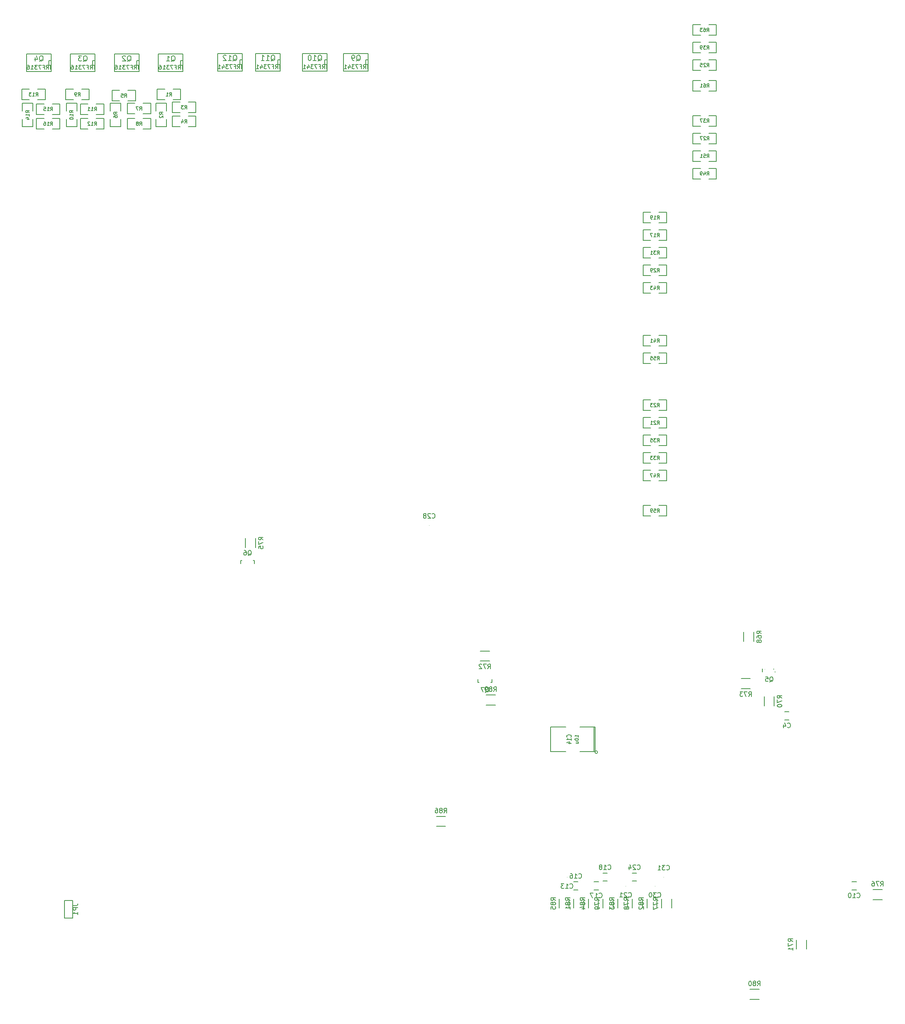
<source format=gbr>
G04 #@! TF.GenerationSoftware,KiCad,Pcbnew,5.0.2-bee76a0~70~ubuntu18.04.1*
G04 #@! TF.CreationDate,2019-03-31T15:41:12+02:00*
G04 #@! TF.ProjectId,APC,4150432e-6b69-4636-9164-5f7063625858,rev?*
G04 #@! TF.SameCoordinates,Original*
G04 #@! TF.FileFunction,Legend,Bot*
G04 #@! TF.FilePolarity,Positive*
%FSLAX46Y46*%
G04 Gerber Fmt 4.6, Leading zero omitted, Abs format (unit mm)*
G04 Created by KiCad (PCBNEW 5.0.2-bee76a0~70~ubuntu18.04.1) date So 31 Mär 2019 15:41:12 CEST*
%MOMM*%
%LPD*%
G01*
G04 APERTURE LIST*
%ADD10C,0.127000*%
%ADD11C,0.150000*%
%ADD12C,0.100000*%
%ADD13C,0.152400*%
%ADD14C,0.190500*%
%ADD15C,0.203200*%
G04 APERTURE END LIST*
D10*
G04 #@! TO.C,Q10*
X94107000Y-40513000D02*
X94107000Y-40640000D01*
X94107000Y-40640000D02*
X88773000Y-40640000D01*
X88773000Y-36830000D02*
X94107000Y-36830000D01*
X94107000Y-36830000D02*
X94107000Y-40513000D01*
X94107000Y-38227000D02*
X93599000Y-38227000D01*
X93599000Y-38227000D02*
X93599000Y-39243000D01*
X93599000Y-39243000D02*
X94107000Y-39243000D01*
X88773000Y-36830000D02*
X88773000Y-40640000D01*
G04 #@! TO.C,Q12*
X75692000Y-40513000D02*
X75692000Y-40640000D01*
X75692000Y-40640000D02*
X70358000Y-40640000D01*
X70358000Y-36830000D02*
X75692000Y-36830000D01*
X75692000Y-36830000D02*
X75692000Y-40513000D01*
X75692000Y-38227000D02*
X75184000Y-38227000D01*
X75184000Y-38227000D02*
X75184000Y-39243000D01*
X75184000Y-39243000D02*
X75692000Y-39243000D01*
X70358000Y-36830000D02*
X70358000Y-40640000D01*
G04 #@! TO.C,Q9*
X102997000Y-40513000D02*
X102997000Y-40640000D01*
X102997000Y-40640000D02*
X97663000Y-40640000D01*
X97663000Y-36830000D02*
X102997000Y-36830000D01*
X102997000Y-36830000D02*
X102997000Y-40513000D01*
X102997000Y-38227000D02*
X102489000Y-38227000D01*
X102489000Y-38227000D02*
X102489000Y-39243000D01*
X102489000Y-39243000D02*
X102997000Y-39243000D01*
X97663000Y-36830000D02*
X97663000Y-40640000D01*
G04 #@! TO.C,Q11*
X83947000Y-40513000D02*
X83947000Y-40640000D01*
X83947000Y-40640000D02*
X78613000Y-40640000D01*
X78613000Y-36830000D02*
X83947000Y-36830000D01*
X83947000Y-36830000D02*
X83947000Y-40513000D01*
X83947000Y-38227000D02*
X83439000Y-38227000D01*
X83439000Y-38227000D02*
X83439000Y-39243000D01*
X83439000Y-39243000D02*
X83947000Y-39243000D01*
X78613000Y-36830000D02*
X78613000Y-40640000D01*
G04 #@! TO.C,Q4*
X34290000Y-40640000D02*
X34290000Y-40767000D01*
X34290000Y-40767000D02*
X28956000Y-40767000D01*
X28956000Y-36957000D02*
X34290000Y-36957000D01*
X34290000Y-36957000D02*
X34290000Y-40640000D01*
X34290000Y-38354000D02*
X33782000Y-38354000D01*
X33782000Y-38354000D02*
X33782000Y-39370000D01*
X33782000Y-39370000D02*
X34290000Y-39370000D01*
X28956000Y-36957000D02*
X28956000Y-40767000D01*
G04 #@! TO.C,Q3*
X43815000Y-40640000D02*
X43815000Y-40767000D01*
X43815000Y-40767000D02*
X38481000Y-40767000D01*
X38481000Y-36957000D02*
X43815000Y-36957000D01*
X43815000Y-36957000D02*
X43815000Y-40640000D01*
X43815000Y-38354000D02*
X43307000Y-38354000D01*
X43307000Y-38354000D02*
X43307000Y-39370000D01*
X43307000Y-39370000D02*
X43815000Y-39370000D01*
X38481000Y-36957000D02*
X38481000Y-40767000D01*
G04 #@! TO.C,Q2*
X53340000Y-40640000D02*
X53340000Y-40767000D01*
X53340000Y-40767000D02*
X48006000Y-40767000D01*
X48006000Y-36957000D02*
X53340000Y-36957000D01*
X53340000Y-36957000D02*
X53340000Y-40640000D01*
X53340000Y-38354000D02*
X52832000Y-38354000D01*
X52832000Y-38354000D02*
X52832000Y-39370000D01*
X52832000Y-39370000D02*
X53340000Y-39370000D01*
X48006000Y-36957000D02*
X48006000Y-40767000D01*
G04 #@! TO.C,Q1*
X62865000Y-40640000D02*
X62865000Y-40767000D01*
X62865000Y-40767000D02*
X57531000Y-40767000D01*
X57531000Y-36957000D02*
X62865000Y-36957000D01*
X62865000Y-36957000D02*
X62865000Y-40640000D01*
X62865000Y-38354000D02*
X62357000Y-38354000D01*
X62357000Y-38354000D02*
X62357000Y-39370000D01*
X62357000Y-39370000D02*
X62865000Y-39370000D01*
X57531000Y-36957000D02*
X57531000Y-40767000D01*
G04 #@! TO.C,R37*
X173355000Y-52578000D02*
X173355000Y-50292000D01*
X173355000Y-50292000D02*
X175006000Y-50292000D01*
X176784000Y-52578000D02*
X178435000Y-52578000D01*
X178435000Y-52578000D02*
X178435000Y-50292000D01*
X178435000Y-50292000D02*
X176784000Y-50292000D01*
X175006000Y-52578000D02*
X173355000Y-52578000D01*
G04 #@! TO.C,R15*
X31115000Y-50038000D02*
X31115000Y-47752000D01*
X31115000Y-47752000D02*
X32766000Y-47752000D01*
X34544000Y-50038000D02*
X36195000Y-50038000D01*
X36195000Y-50038000D02*
X36195000Y-47752000D01*
X36195000Y-47752000D02*
X34544000Y-47752000D01*
X32766000Y-50038000D02*
X31115000Y-50038000D01*
G04 #@! TO.C,R25*
X173355000Y-40513000D02*
X173355000Y-38227000D01*
X173355000Y-38227000D02*
X175006000Y-38227000D01*
X176784000Y-40513000D02*
X178435000Y-40513000D01*
X178435000Y-40513000D02*
X178435000Y-38227000D01*
X178435000Y-38227000D02*
X176784000Y-38227000D01*
X175006000Y-40513000D02*
X173355000Y-40513000D01*
G04 #@! TO.C,R27*
X173355000Y-56388000D02*
X173355000Y-54102000D01*
X173355000Y-54102000D02*
X175006000Y-54102000D01*
X176784000Y-56388000D02*
X178435000Y-56388000D01*
X178435000Y-56388000D02*
X178435000Y-54102000D01*
X178435000Y-54102000D02*
X176784000Y-54102000D01*
X175006000Y-56388000D02*
X173355000Y-56388000D01*
G04 #@! TO.C,R23*
X162560000Y-114173000D02*
X162560000Y-111887000D01*
X162560000Y-111887000D02*
X164211000Y-111887000D01*
X165989000Y-114173000D02*
X167640000Y-114173000D01*
X167640000Y-114173000D02*
X167640000Y-111887000D01*
X167640000Y-111887000D02*
X165989000Y-111887000D01*
X164211000Y-114173000D02*
X162560000Y-114173000D01*
G04 #@! TO.C,R19*
X162560000Y-73533000D02*
X162560000Y-71247000D01*
X162560000Y-71247000D02*
X164211000Y-71247000D01*
X165989000Y-73533000D02*
X167640000Y-73533000D01*
X167640000Y-73533000D02*
X167640000Y-71247000D01*
X167640000Y-71247000D02*
X165989000Y-71247000D01*
X164211000Y-73533000D02*
X162560000Y-73533000D01*
G04 #@! TO.C,R31*
X162560000Y-81153000D02*
X162560000Y-78867000D01*
X162560000Y-78867000D02*
X164211000Y-78867000D01*
X165989000Y-81153000D02*
X167640000Y-81153000D01*
X167640000Y-81153000D02*
X167640000Y-78867000D01*
X167640000Y-78867000D02*
X165989000Y-78867000D01*
X164211000Y-81153000D02*
X162560000Y-81153000D01*
G04 #@! TO.C,R43*
X162560000Y-88773000D02*
X162560000Y-86487000D01*
X162560000Y-86487000D02*
X164211000Y-86487000D01*
X165989000Y-88773000D02*
X167640000Y-88773000D01*
X167640000Y-88773000D02*
X167640000Y-86487000D01*
X167640000Y-86487000D02*
X165989000Y-86487000D01*
X164211000Y-88773000D02*
X162560000Y-88773000D01*
G04 #@! TO.C,R55*
X162560000Y-104013000D02*
X162560000Y-101727000D01*
X162560000Y-101727000D02*
X164211000Y-101727000D01*
X165989000Y-104013000D02*
X167640000Y-104013000D01*
X167640000Y-104013000D02*
X167640000Y-101727000D01*
X167640000Y-101727000D02*
X165989000Y-101727000D01*
X164211000Y-104013000D02*
X162560000Y-104013000D01*
G04 #@! TO.C,R41*
X162560000Y-100203000D02*
X162560000Y-97917000D01*
X162560000Y-97917000D02*
X164211000Y-97917000D01*
X165989000Y-100203000D02*
X167640000Y-100203000D01*
X167640000Y-100203000D02*
X167640000Y-97917000D01*
X167640000Y-97917000D02*
X165989000Y-97917000D01*
X164211000Y-100203000D02*
X162560000Y-100203000D01*
G04 #@! TO.C,R29*
X162560000Y-84963000D02*
X162560000Y-82677000D01*
X162560000Y-82677000D02*
X164211000Y-82677000D01*
X165989000Y-84963000D02*
X167640000Y-84963000D01*
X167640000Y-84963000D02*
X167640000Y-82677000D01*
X167640000Y-82677000D02*
X165989000Y-82677000D01*
X164211000Y-84963000D02*
X162560000Y-84963000D01*
G04 #@! TO.C,R17*
X162560000Y-77343000D02*
X162560000Y-75057000D01*
X162560000Y-75057000D02*
X164211000Y-75057000D01*
X165989000Y-77343000D02*
X167640000Y-77343000D01*
X167640000Y-77343000D02*
X167640000Y-75057000D01*
X167640000Y-75057000D02*
X165989000Y-75057000D01*
X164211000Y-77343000D02*
X162560000Y-77343000D01*
G04 #@! TO.C,R39*
X173355000Y-36703000D02*
X173355000Y-34417000D01*
X173355000Y-34417000D02*
X175006000Y-34417000D01*
X176784000Y-36703000D02*
X178435000Y-36703000D01*
X178435000Y-36703000D02*
X178435000Y-34417000D01*
X178435000Y-34417000D02*
X176784000Y-34417000D01*
X175006000Y-36703000D02*
X173355000Y-36703000D01*
G04 #@! TO.C,R51*
X173355000Y-60198000D02*
X173355000Y-57912000D01*
X173355000Y-57912000D02*
X175006000Y-57912000D01*
X176784000Y-60198000D02*
X178435000Y-60198000D01*
X178435000Y-60198000D02*
X178435000Y-57912000D01*
X178435000Y-57912000D02*
X176784000Y-57912000D01*
X175006000Y-60198000D02*
X173355000Y-60198000D01*
G04 #@! TO.C,R63*
X173355000Y-32893000D02*
X173355000Y-30607000D01*
X173355000Y-30607000D02*
X175006000Y-30607000D01*
X176784000Y-32893000D02*
X178435000Y-32893000D01*
X178435000Y-32893000D02*
X178435000Y-30607000D01*
X178435000Y-30607000D02*
X176784000Y-30607000D01*
X175006000Y-32893000D02*
X173355000Y-32893000D01*
G04 #@! TO.C,R61*
X173355000Y-44958000D02*
X173355000Y-42672000D01*
X173355000Y-42672000D02*
X175006000Y-42672000D01*
X176784000Y-44958000D02*
X178435000Y-44958000D01*
X178435000Y-44958000D02*
X178435000Y-42672000D01*
X178435000Y-42672000D02*
X176784000Y-42672000D01*
X175006000Y-44958000D02*
X173355000Y-44958000D01*
G04 #@! TO.C,R49*
X173355000Y-64008000D02*
X173355000Y-61722000D01*
X173355000Y-61722000D02*
X175006000Y-61722000D01*
X176784000Y-64008000D02*
X178435000Y-64008000D01*
X178435000Y-64008000D02*
X178435000Y-61722000D01*
X178435000Y-61722000D02*
X176784000Y-61722000D01*
X175006000Y-64008000D02*
X173355000Y-64008000D01*
G04 #@! TO.C,R2*
X57023000Y-47625000D02*
X59309000Y-47625000D01*
X59309000Y-47625000D02*
X59309000Y-49276000D01*
X57023000Y-51054000D02*
X57023000Y-52705000D01*
X57023000Y-52705000D02*
X59309000Y-52705000D01*
X59309000Y-52705000D02*
X59309000Y-51054000D01*
X57023000Y-49276000D02*
X57023000Y-47625000D01*
G04 #@! TO.C,R7*
X50800000Y-49911000D02*
X50800000Y-47625000D01*
X50800000Y-47625000D02*
X52451000Y-47625000D01*
X54229000Y-49911000D02*
X55880000Y-49911000D01*
X55880000Y-49911000D02*
X55880000Y-47625000D01*
X55880000Y-47625000D02*
X54229000Y-47625000D01*
X52451000Y-49911000D02*
X50800000Y-49911000D01*
G04 #@! TO.C,R21*
X162560000Y-117983000D02*
X162560000Y-115697000D01*
X162560000Y-115697000D02*
X164211000Y-115697000D01*
X165989000Y-117983000D02*
X167640000Y-117983000D01*
X167640000Y-117983000D02*
X167640000Y-115697000D01*
X167640000Y-115697000D02*
X165989000Y-115697000D01*
X164211000Y-117983000D02*
X162560000Y-117983000D01*
G04 #@! TO.C,R33*
X162560000Y-125603000D02*
X162560000Y-123317000D01*
X162560000Y-123317000D02*
X164211000Y-123317000D01*
X165989000Y-125603000D02*
X167640000Y-125603000D01*
X167640000Y-125603000D02*
X167640000Y-123317000D01*
X167640000Y-123317000D02*
X165989000Y-123317000D01*
X164211000Y-125603000D02*
X162560000Y-125603000D01*
G04 #@! TO.C,R59*
X162560000Y-137033000D02*
X162560000Y-134747000D01*
X162560000Y-134747000D02*
X164211000Y-134747000D01*
X165989000Y-137033000D02*
X167640000Y-137033000D01*
X167640000Y-137033000D02*
X167640000Y-134747000D01*
X167640000Y-134747000D02*
X165989000Y-134747000D01*
X164211000Y-137033000D02*
X162560000Y-137033000D01*
G04 #@! TO.C,R47*
X162560000Y-129413000D02*
X162560000Y-127127000D01*
X162560000Y-127127000D02*
X164211000Y-127127000D01*
X165989000Y-129413000D02*
X167640000Y-129413000D01*
X167640000Y-129413000D02*
X167640000Y-127127000D01*
X167640000Y-127127000D02*
X165989000Y-127127000D01*
X164211000Y-129413000D02*
X162560000Y-129413000D01*
G04 #@! TO.C,R35*
X162560000Y-121793000D02*
X162560000Y-119507000D01*
X162560000Y-119507000D02*
X164211000Y-119507000D01*
X165989000Y-121793000D02*
X167640000Y-121793000D01*
X167640000Y-121793000D02*
X167640000Y-119507000D01*
X167640000Y-119507000D02*
X165989000Y-119507000D01*
X164211000Y-121793000D02*
X162560000Y-121793000D01*
G04 #@! TO.C,R4*
X65659000Y-50419000D02*
X65659000Y-52705000D01*
X65659000Y-52705000D02*
X64008000Y-52705000D01*
X62230000Y-50419000D02*
X60579000Y-50419000D01*
X60579000Y-50419000D02*
X60579000Y-52705000D01*
X60579000Y-52705000D02*
X62230000Y-52705000D01*
X64008000Y-50419000D02*
X65659000Y-50419000D01*
G04 #@! TO.C,R11*
X40640000Y-50038000D02*
X40640000Y-47752000D01*
X40640000Y-47752000D02*
X42291000Y-47752000D01*
X44069000Y-50038000D02*
X45720000Y-50038000D01*
X45720000Y-50038000D02*
X45720000Y-47752000D01*
X45720000Y-47752000D02*
X44069000Y-47752000D01*
X42291000Y-50038000D02*
X40640000Y-50038000D01*
G04 #@! TO.C,R3*
X60579000Y-49657000D02*
X60579000Y-47371000D01*
X60579000Y-47371000D02*
X62230000Y-47371000D01*
X64008000Y-49657000D02*
X65659000Y-49657000D01*
X65659000Y-49657000D02*
X65659000Y-47371000D01*
X65659000Y-47371000D02*
X64008000Y-47371000D01*
X62230000Y-49657000D02*
X60579000Y-49657000D01*
G04 #@! TO.C,R16*
X36195000Y-50927000D02*
X36195000Y-53213000D01*
X36195000Y-53213000D02*
X34544000Y-53213000D01*
X32766000Y-50927000D02*
X31115000Y-50927000D01*
X31115000Y-50927000D02*
X31115000Y-53213000D01*
X31115000Y-53213000D02*
X32766000Y-53213000D01*
X34544000Y-50927000D02*
X36195000Y-50927000D01*
G04 #@! TO.C,R12*
X45720000Y-50927000D02*
X45720000Y-53213000D01*
X45720000Y-53213000D02*
X44069000Y-53213000D01*
X42291000Y-50927000D02*
X40640000Y-50927000D01*
X40640000Y-50927000D02*
X40640000Y-53213000D01*
X40640000Y-53213000D02*
X42291000Y-53213000D01*
X44069000Y-50927000D02*
X45720000Y-50927000D01*
G04 #@! TO.C,R8*
X55880000Y-50927000D02*
X55880000Y-53213000D01*
X55880000Y-53213000D02*
X54229000Y-53213000D01*
X52451000Y-50927000D02*
X50800000Y-50927000D01*
X50800000Y-50927000D02*
X50800000Y-53213000D01*
X50800000Y-53213000D02*
X52451000Y-53213000D01*
X54229000Y-50927000D02*
X55880000Y-50927000D01*
G04 #@! TO.C,R6*
X47117000Y-47625000D02*
X49403000Y-47625000D01*
X49403000Y-47625000D02*
X49403000Y-49276000D01*
X47117000Y-51054000D02*
X47117000Y-52705000D01*
X47117000Y-52705000D02*
X49403000Y-52705000D01*
X49403000Y-52705000D02*
X49403000Y-51054000D01*
X47117000Y-49276000D02*
X47117000Y-47625000D01*
G04 #@! TO.C,R13*
X33020000Y-44577000D02*
X33020000Y-46863000D01*
X33020000Y-46863000D02*
X31369000Y-46863000D01*
X29591000Y-44577000D02*
X27940000Y-44577000D01*
X27940000Y-44577000D02*
X27940000Y-46863000D01*
X27940000Y-46863000D02*
X29591000Y-46863000D01*
X31369000Y-44577000D02*
X33020000Y-44577000D01*
G04 #@! TO.C,R9*
X42545000Y-44577000D02*
X42545000Y-46863000D01*
X42545000Y-46863000D02*
X40894000Y-46863000D01*
X39116000Y-44577000D02*
X37465000Y-44577000D01*
X37465000Y-44577000D02*
X37465000Y-46863000D01*
X37465000Y-46863000D02*
X39116000Y-46863000D01*
X40894000Y-44577000D02*
X42545000Y-44577000D01*
G04 #@! TO.C,R5*
X52578000Y-44831000D02*
X52578000Y-47117000D01*
X52578000Y-47117000D02*
X50927000Y-47117000D01*
X49149000Y-44831000D02*
X47498000Y-44831000D01*
X47498000Y-44831000D02*
X47498000Y-47117000D01*
X47498000Y-47117000D02*
X49149000Y-47117000D01*
X50927000Y-44831000D02*
X52578000Y-44831000D01*
G04 #@! TO.C,R1*
X62357000Y-44577000D02*
X62357000Y-46863000D01*
X62357000Y-46863000D02*
X60706000Y-46863000D01*
X58928000Y-44577000D02*
X57277000Y-44577000D01*
X57277000Y-44577000D02*
X57277000Y-46863000D01*
X57277000Y-46863000D02*
X58928000Y-46863000D01*
X60706000Y-44577000D02*
X62357000Y-44577000D01*
G04 #@! TO.C,R14*
X28067000Y-47625000D02*
X30353000Y-47625000D01*
X30353000Y-47625000D02*
X30353000Y-49276000D01*
X28067000Y-51054000D02*
X28067000Y-52705000D01*
X28067000Y-52705000D02*
X30353000Y-52705000D01*
X30353000Y-52705000D02*
X30353000Y-51054000D01*
X28067000Y-49276000D02*
X28067000Y-47625000D01*
G04 #@! TO.C,R10*
X37592000Y-47625000D02*
X39878000Y-47625000D01*
X39878000Y-47625000D02*
X39878000Y-49276000D01*
X37592000Y-51054000D02*
X37592000Y-52705000D01*
X37592000Y-52705000D02*
X39878000Y-52705000D01*
X39878000Y-52705000D02*
X39878000Y-51054000D01*
X37592000Y-49276000D02*
X37592000Y-47625000D01*
G04 #@! TO.C,C14*
X152683981Y-188214000D02*
G75*
G03X152683981Y-188214000I-283981J0D01*
G01*
X151892000Y-182753000D02*
X151892000Y-188087000D01*
X152146000Y-182753000D02*
X152146000Y-188087000D01*
X148844000Y-188087000D02*
X152146000Y-188087000D01*
X148844000Y-182753000D02*
X152146000Y-182753000D01*
X145796000Y-182753000D02*
X142494000Y-182753000D01*
X142494000Y-182753000D02*
X142494000Y-188087000D01*
X142494000Y-188087000D02*
X145796000Y-188087000D01*
D11*
G04 #@! TO.C,R71*
X197925000Y-230870000D02*
X197925000Y-228870000D01*
X195775000Y-228870000D02*
X195775000Y-230870000D01*
G04 #@! TO.C,R76*
X212360000Y-220150000D02*
X214360000Y-220150000D01*
X214360000Y-218000000D02*
X212360000Y-218000000D01*
G04 #@! TO.C,C10*
X208780000Y-218020000D02*
X207780000Y-218020000D01*
X207780000Y-216320000D02*
X208780000Y-216320000D01*
G04 #@! TO.C,R80*
X185690000Y-241740000D02*
X187690000Y-241740000D01*
X187690000Y-239590000D02*
X185690000Y-239590000D01*
D12*
G04 #@! TO.C,C13*
X146050000Y-215265000D02*
X146050000Y-215265000D01*
X146050000Y-215265000D02*
X146050000Y-215265000D01*
G04 #@! TO.C,C21*
X158750000Y-217170000D02*
X158750000Y-217170000D01*
X158750000Y-217170000D02*
X158750000Y-217170000D01*
G04 #@! TO.C,C30*
X165100000Y-217170000D02*
X165100000Y-217170000D01*
X165100000Y-217170000D02*
X165100000Y-217170000D01*
G04 #@! TO.C,C31*
X167005000Y-215265000D02*
X167005000Y-215265000D01*
X167005000Y-215265000D02*
X167005000Y-215265000D01*
D11*
G04 #@! TO.C,Q5*
X191164160Y-170830240D02*
X191115900Y-170830240D01*
X188365180Y-170129200D02*
X188365180Y-170830240D01*
D12*
X188865000Y-170180000D02*
X188865000Y-170180000D01*
X190865000Y-170180000D02*
X190865000Y-170180000D01*
D11*
X190865000Y-170180000D02*
X190865000Y-170129200D01*
G04 #@! TO.C,R73*
X185785000Y-172280000D02*
X183785000Y-172280000D01*
X183785000Y-174430000D02*
X185785000Y-174430000D01*
G04 #@! TO.C,R81*
X149665000Y-221980000D02*
X149665000Y-219980000D01*
X147515000Y-219980000D02*
X147515000Y-221980000D01*
G04 #@! TO.C,R82*
X165540000Y-221980000D02*
X165540000Y-219980000D01*
X163390000Y-219980000D02*
X163390000Y-221980000D01*
G04 #@! TO.C,R83*
X159190000Y-221980000D02*
X159190000Y-219980000D01*
X157040000Y-219980000D02*
X157040000Y-221980000D01*
G04 #@! TO.C,R84*
X152840000Y-221980000D02*
X152840000Y-219980000D01*
X150690000Y-219980000D02*
X150690000Y-221980000D01*
G04 #@! TO.C,R85*
X146490000Y-221980000D02*
X146490000Y-219980000D01*
X144340000Y-219980000D02*
X144340000Y-221980000D01*
G04 #@! TO.C,C4*
X194175000Y-181190000D02*
X193175000Y-181190000D01*
X193175000Y-179490000D02*
X194175000Y-179490000D01*
G04 #@! TO.C,C16*
X147455000Y-216320000D02*
X148455000Y-216320000D01*
X148455000Y-218020000D02*
X147455000Y-218020000D01*
G04 #@! TO.C,C17*
X152900000Y-218020000D02*
X151900000Y-218020000D01*
X151900000Y-216320000D02*
X152900000Y-216320000D01*
G04 #@! TO.C,C24*
X160155000Y-214415000D02*
X161155000Y-214415000D01*
X161155000Y-216115000D02*
X160155000Y-216115000D01*
G04 #@! TO.C,R68*
X184345000Y-162195000D02*
X184345000Y-164195000D01*
X186495000Y-164195000D02*
X186495000Y-162195000D01*
G04 #@! TO.C,R70*
X188790000Y-176165000D02*
X188790000Y-178165000D01*
X190940000Y-178165000D02*
X190940000Y-176165000D01*
G04 #@! TO.C,R77*
X168715000Y-221980000D02*
X168715000Y-219980000D01*
X166565000Y-219980000D02*
X166565000Y-221980000D01*
G04 #@! TO.C,R78*
X162365000Y-221980000D02*
X162365000Y-219980000D01*
X160215000Y-219980000D02*
X160215000Y-221980000D01*
G04 #@! TO.C,R79*
X156015000Y-221980000D02*
X156015000Y-219980000D01*
X153865000Y-219980000D02*
X153865000Y-221980000D01*
G04 #@! TO.C,C18*
X153805000Y-214415000D02*
X154805000Y-214415000D01*
X154805000Y-216115000D02*
X153805000Y-216115000D01*
G04 #@! TO.C,JP1*
X37211000Y-224155000D02*
X37211000Y-220345000D01*
X37211000Y-220345000D02*
X38989000Y-220345000D01*
X38989000Y-220345000D02*
X38989000Y-224155000D01*
X37211000Y-224155000D02*
X38989000Y-224155000D01*
G04 #@! TO.C,R86*
X117745000Y-204275000D02*
X119745000Y-204275000D01*
X119745000Y-202125000D02*
X117745000Y-202125000D01*
D12*
G04 #@! TO.C,C28*
X116205000Y-139065000D02*
X116205000Y-139065000D01*
X116205000Y-139065000D02*
X116205000Y-139065000D01*
D11*
G04 #@! TO.C,Q6*
X75535840Y-146669760D02*
X75584100Y-146669760D01*
X78334820Y-147370800D02*
X78334820Y-146669760D01*
X78334820Y-146669760D02*
X78085900Y-146669760D01*
X75535840Y-146669760D02*
X75335180Y-146669760D01*
X75335180Y-146669760D02*
X75335180Y-147370800D01*
G04 #@! TO.C,R75*
X76395000Y-141875000D02*
X76395000Y-143875000D01*
X78545000Y-143875000D02*
X78545000Y-141875000D01*
G04 #@! TO.C,Q7*
X129569160Y-173116240D02*
X129520900Y-173116240D01*
X126770180Y-172415200D02*
X126770180Y-173116240D01*
X126770180Y-173116240D02*
X127019100Y-173116240D01*
X129569160Y-173116240D02*
X129769820Y-173116240D01*
X129769820Y-173116240D02*
X129769820Y-172415200D01*
G04 #@! TO.C,R72*
X129270000Y-166311000D02*
X127270000Y-166311000D01*
X127270000Y-168461000D02*
X129270000Y-168461000D01*
G04 #@! TO.C,R89*
X128540000Y-177986000D02*
X130540000Y-177986000D01*
X130540000Y-175836000D02*
X128540000Y-175836000D01*
G04 #@! TD*
G04 #@! TO.C,Q10*
D13*
X92093142Y-38471928D02*
X92202000Y-38417500D01*
X92310857Y-38308642D01*
X92474142Y-38145357D01*
X92583000Y-38090928D01*
X92691857Y-38090928D01*
X92637428Y-38363071D02*
X92746285Y-38308642D01*
X92855142Y-38199785D01*
X92909571Y-37982071D01*
X92909571Y-37601071D01*
X92855142Y-37383357D01*
X92746285Y-37274500D01*
X92637428Y-37220071D01*
X92419714Y-37220071D01*
X92310857Y-37274500D01*
X92202000Y-37383357D01*
X92147571Y-37601071D01*
X92147571Y-37982071D01*
X92202000Y-38199785D01*
X92310857Y-38308642D01*
X92419714Y-38363071D01*
X92637428Y-38363071D01*
X91059000Y-38363071D02*
X91712142Y-38363071D01*
X91385571Y-38363071D02*
X91385571Y-37220071D01*
X91494428Y-37383357D01*
X91603285Y-37492214D01*
X91712142Y-37546642D01*
X90351428Y-37220071D02*
X90242571Y-37220071D01*
X90133714Y-37274500D01*
X90079285Y-37328928D01*
X90024857Y-37437785D01*
X89970428Y-37655500D01*
X89970428Y-37927642D01*
X90024857Y-38145357D01*
X90079285Y-38254214D01*
X90133714Y-38308642D01*
X90242571Y-38363071D01*
X90351428Y-38363071D01*
X90460285Y-38308642D01*
X90514714Y-38254214D01*
X90569142Y-38145357D01*
X90623571Y-37927642D01*
X90623571Y-37655500D01*
X90569142Y-37437785D01*
X90514714Y-37328928D01*
X90460285Y-37274500D01*
X90351428Y-37220071D01*
X93958833Y-40153166D02*
X93958833Y-39264166D01*
X93027500Y-40153166D02*
X93323833Y-39729833D01*
X93535500Y-40153166D02*
X93535500Y-39264166D01*
X93196833Y-39264166D01*
X93112166Y-39306500D01*
X93069833Y-39348833D01*
X93027500Y-39433500D01*
X93027500Y-39560500D01*
X93069833Y-39645166D01*
X93112166Y-39687500D01*
X93196833Y-39729833D01*
X93535500Y-39729833D01*
X92350166Y-39687500D02*
X92646500Y-39687500D01*
X92646500Y-40153166D02*
X92646500Y-39264166D01*
X92223166Y-39264166D01*
X91969166Y-39264166D02*
X91376500Y-39264166D01*
X91757500Y-40153166D01*
X91122500Y-39264166D02*
X90572166Y-39264166D01*
X90868500Y-39602833D01*
X90741500Y-39602833D01*
X90656833Y-39645166D01*
X90614500Y-39687500D01*
X90572166Y-39772166D01*
X90572166Y-39983833D01*
X90614500Y-40068500D01*
X90656833Y-40110833D01*
X90741500Y-40153166D01*
X90995500Y-40153166D01*
X91080166Y-40110833D01*
X91122500Y-40068500D01*
X89810166Y-39560500D02*
X89810166Y-40153166D01*
X90021833Y-39221833D02*
X90233500Y-39856833D01*
X89683166Y-39856833D01*
X88878833Y-40153166D02*
X89386833Y-40153166D01*
X89132833Y-40153166D02*
X89132833Y-39264166D01*
X89217500Y-39391166D01*
X89302166Y-39475833D01*
X89386833Y-39518166D01*
G04 #@! TO.C,Q12*
X73678142Y-38471928D02*
X73787000Y-38417500D01*
X73895857Y-38308642D01*
X74059142Y-38145357D01*
X74168000Y-38090928D01*
X74276857Y-38090928D01*
X74222428Y-38363071D02*
X74331285Y-38308642D01*
X74440142Y-38199785D01*
X74494571Y-37982071D01*
X74494571Y-37601071D01*
X74440142Y-37383357D01*
X74331285Y-37274500D01*
X74222428Y-37220071D01*
X74004714Y-37220071D01*
X73895857Y-37274500D01*
X73787000Y-37383357D01*
X73732571Y-37601071D01*
X73732571Y-37982071D01*
X73787000Y-38199785D01*
X73895857Y-38308642D01*
X74004714Y-38363071D01*
X74222428Y-38363071D01*
X72644000Y-38363071D02*
X73297142Y-38363071D01*
X72970571Y-38363071D02*
X72970571Y-37220071D01*
X73079428Y-37383357D01*
X73188285Y-37492214D01*
X73297142Y-37546642D01*
X72208571Y-37328928D02*
X72154142Y-37274500D01*
X72045285Y-37220071D01*
X71773142Y-37220071D01*
X71664285Y-37274500D01*
X71609857Y-37328928D01*
X71555428Y-37437785D01*
X71555428Y-37546642D01*
X71609857Y-37709928D01*
X72263000Y-38363071D01*
X71555428Y-38363071D01*
X75543833Y-40153166D02*
X75543833Y-39264166D01*
X74612500Y-40153166D02*
X74908833Y-39729833D01*
X75120500Y-40153166D02*
X75120500Y-39264166D01*
X74781833Y-39264166D01*
X74697166Y-39306500D01*
X74654833Y-39348833D01*
X74612500Y-39433500D01*
X74612500Y-39560500D01*
X74654833Y-39645166D01*
X74697166Y-39687500D01*
X74781833Y-39729833D01*
X75120500Y-39729833D01*
X73935166Y-39687500D02*
X74231500Y-39687500D01*
X74231500Y-40153166D02*
X74231500Y-39264166D01*
X73808166Y-39264166D01*
X73554166Y-39264166D02*
X72961500Y-39264166D01*
X73342500Y-40153166D01*
X72707500Y-39264166D02*
X72157166Y-39264166D01*
X72453500Y-39602833D01*
X72326500Y-39602833D01*
X72241833Y-39645166D01*
X72199500Y-39687500D01*
X72157166Y-39772166D01*
X72157166Y-39983833D01*
X72199500Y-40068500D01*
X72241833Y-40110833D01*
X72326500Y-40153166D01*
X72580500Y-40153166D01*
X72665166Y-40110833D01*
X72707500Y-40068500D01*
X71395166Y-39560500D02*
X71395166Y-40153166D01*
X71606833Y-39221833D02*
X71818500Y-39856833D01*
X71268166Y-39856833D01*
X70463833Y-40153166D02*
X70971833Y-40153166D01*
X70717833Y-40153166D02*
X70717833Y-39264166D01*
X70802500Y-39391166D01*
X70887166Y-39475833D01*
X70971833Y-39518166D01*
G04 #@! TO.C,Q9*
X100438857Y-38471928D02*
X100547714Y-38417500D01*
X100656571Y-38308642D01*
X100819857Y-38145357D01*
X100928714Y-38090928D01*
X101037571Y-38090928D01*
X100983142Y-38363071D02*
X101092000Y-38308642D01*
X101200857Y-38199785D01*
X101255285Y-37982071D01*
X101255285Y-37601071D01*
X101200857Y-37383357D01*
X101092000Y-37274500D01*
X100983142Y-37220071D01*
X100765428Y-37220071D01*
X100656571Y-37274500D01*
X100547714Y-37383357D01*
X100493285Y-37601071D01*
X100493285Y-37982071D01*
X100547714Y-38199785D01*
X100656571Y-38308642D01*
X100765428Y-38363071D01*
X100983142Y-38363071D01*
X99949000Y-38363071D02*
X99731285Y-38363071D01*
X99622428Y-38308642D01*
X99568000Y-38254214D01*
X99459142Y-38090928D01*
X99404714Y-37873214D01*
X99404714Y-37437785D01*
X99459142Y-37328928D01*
X99513571Y-37274500D01*
X99622428Y-37220071D01*
X99840142Y-37220071D01*
X99949000Y-37274500D01*
X100003428Y-37328928D01*
X100057857Y-37437785D01*
X100057857Y-37709928D01*
X100003428Y-37818785D01*
X99949000Y-37873214D01*
X99840142Y-37927642D01*
X99622428Y-37927642D01*
X99513571Y-37873214D01*
X99459142Y-37818785D01*
X99404714Y-37709928D01*
X102848833Y-40153166D02*
X102848833Y-39264166D01*
X101917500Y-40153166D02*
X102213833Y-39729833D01*
X102425500Y-40153166D02*
X102425500Y-39264166D01*
X102086833Y-39264166D01*
X102002166Y-39306500D01*
X101959833Y-39348833D01*
X101917500Y-39433500D01*
X101917500Y-39560500D01*
X101959833Y-39645166D01*
X102002166Y-39687500D01*
X102086833Y-39729833D01*
X102425500Y-39729833D01*
X101240166Y-39687500D02*
X101536500Y-39687500D01*
X101536500Y-40153166D02*
X101536500Y-39264166D01*
X101113166Y-39264166D01*
X100859166Y-39264166D02*
X100266500Y-39264166D01*
X100647500Y-40153166D01*
X100012500Y-39264166D02*
X99462166Y-39264166D01*
X99758500Y-39602833D01*
X99631500Y-39602833D01*
X99546833Y-39645166D01*
X99504500Y-39687500D01*
X99462166Y-39772166D01*
X99462166Y-39983833D01*
X99504500Y-40068500D01*
X99546833Y-40110833D01*
X99631500Y-40153166D01*
X99885500Y-40153166D01*
X99970166Y-40110833D01*
X100012500Y-40068500D01*
X98700166Y-39560500D02*
X98700166Y-40153166D01*
X98911833Y-39221833D02*
X99123500Y-39856833D01*
X98573166Y-39856833D01*
X97768833Y-40153166D02*
X98276833Y-40153166D01*
X98022833Y-40153166D02*
X98022833Y-39264166D01*
X98107500Y-39391166D01*
X98192166Y-39475833D01*
X98276833Y-39518166D01*
G04 #@! TO.C,Q11*
X81933142Y-38471928D02*
X82042000Y-38417500D01*
X82150857Y-38308642D01*
X82314142Y-38145357D01*
X82423000Y-38090928D01*
X82531857Y-38090928D01*
X82477428Y-38363071D02*
X82586285Y-38308642D01*
X82695142Y-38199785D01*
X82749571Y-37982071D01*
X82749571Y-37601071D01*
X82695142Y-37383357D01*
X82586285Y-37274500D01*
X82477428Y-37220071D01*
X82259714Y-37220071D01*
X82150857Y-37274500D01*
X82042000Y-37383357D01*
X81987571Y-37601071D01*
X81987571Y-37982071D01*
X82042000Y-38199785D01*
X82150857Y-38308642D01*
X82259714Y-38363071D01*
X82477428Y-38363071D01*
X80899000Y-38363071D02*
X81552142Y-38363071D01*
X81225571Y-38363071D02*
X81225571Y-37220071D01*
X81334428Y-37383357D01*
X81443285Y-37492214D01*
X81552142Y-37546642D01*
X79810428Y-38363071D02*
X80463571Y-38363071D01*
X80137000Y-38363071D02*
X80137000Y-37220071D01*
X80245857Y-37383357D01*
X80354714Y-37492214D01*
X80463571Y-37546642D01*
X83798833Y-40153166D02*
X83798833Y-39264166D01*
X82867500Y-40153166D02*
X83163833Y-39729833D01*
X83375500Y-40153166D02*
X83375500Y-39264166D01*
X83036833Y-39264166D01*
X82952166Y-39306500D01*
X82909833Y-39348833D01*
X82867500Y-39433500D01*
X82867500Y-39560500D01*
X82909833Y-39645166D01*
X82952166Y-39687500D01*
X83036833Y-39729833D01*
X83375500Y-39729833D01*
X82190166Y-39687500D02*
X82486500Y-39687500D01*
X82486500Y-40153166D02*
X82486500Y-39264166D01*
X82063166Y-39264166D01*
X81809166Y-39264166D02*
X81216500Y-39264166D01*
X81597500Y-40153166D01*
X80962500Y-39264166D02*
X80412166Y-39264166D01*
X80708500Y-39602833D01*
X80581500Y-39602833D01*
X80496833Y-39645166D01*
X80454500Y-39687500D01*
X80412166Y-39772166D01*
X80412166Y-39983833D01*
X80454500Y-40068500D01*
X80496833Y-40110833D01*
X80581500Y-40153166D01*
X80835500Y-40153166D01*
X80920166Y-40110833D01*
X80962500Y-40068500D01*
X79650166Y-39560500D02*
X79650166Y-40153166D01*
X79861833Y-39221833D02*
X80073500Y-39856833D01*
X79523166Y-39856833D01*
X78718833Y-40153166D02*
X79226833Y-40153166D01*
X78972833Y-40153166D02*
X78972833Y-39264166D01*
X79057500Y-39391166D01*
X79142166Y-39475833D01*
X79226833Y-39518166D01*
G04 #@! TO.C,Q4*
X31731857Y-38598928D02*
X31840714Y-38544500D01*
X31949571Y-38435642D01*
X32112857Y-38272357D01*
X32221714Y-38217928D01*
X32330571Y-38217928D01*
X32276142Y-38490071D02*
X32385000Y-38435642D01*
X32493857Y-38326785D01*
X32548285Y-38109071D01*
X32548285Y-37728071D01*
X32493857Y-37510357D01*
X32385000Y-37401500D01*
X32276142Y-37347071D01*
X32058428Y-37347071D01*
X31949571Y-37401500D01*
X31840714Y-37510357D01*
X31786285Y-37728071D01*
X31786285Y-38109071D01*
X31840714Y-38326785D01*
X31949571Y-38435642D01*
X32058428Y-38490071D01*
X32276142Y-38490071D01*
X30806571Y-37728071D02*
X30806571Y-38490071D01*
X31078714Y-37292642D02*
X31350857Y-38109071D01*
X30643285Y-38109071D01*
X34141833Y-40280166D02*
X34141833Y-39391166D01*
X33210500Y-40280166D02*
X33506833Y-39856833D01*
X33718500Y-40280166D02*
X33718500Y-39391166D01*
X33379833Y-39391166D01*
X33295166Y-39433500D01*
X33252833Y-39475833D01*
X33210500Y-39560500D01*
X33210500Y-39687500D01*
X33252833Y-39772166D01*
X33295166Y-39814500D01*
X33379833Y-39856833D01*
X33718500Y-39856833D01*
X32533166Y-39814500D02*
X32829500Y-39814500D01*
X32829500Y-40280166D02*
X32829500Y-39391166D01*
X32406166Y-39391166D01*
X32152166Y-39391166D02*
X31559500Y-39391166D01*
X31940500Y-40280166D01*
X31305500Y-39391166D02*
X30755166Y-39391166D01*
X31051500Y-39729833D01*
X30924500Y-39729833D01*
X30839833Y-39772166D01*
X30797500Y-39814500D01*
X30755166Y-39899166D01*
X30755166Y-40110833D01*
X30797500Y-40195500D01*
X30839833Y-40237833D01*
X30924500Y-40280166D01*
X31178500Y-40280166D01*
X31263166Y-40237833D01*
X31305500Y-40195500D01*
X29908500Y-40280166D02*
X30416500Y-40280166D01*
X30162500Y-40280166D02*
X30162500Y-39391166D01*
X30247166Y-39518166D01*
X30331833Y-39602833D01*
X30416500Y-39645166D01*
X29146500Y-39391166D02*
X29315833Y-39391166D01*
X29400500Y-39433500D01*
X29442833Y-39475833D01*
X29527500Y-39602833D01*
X29569833Y-39772166D01*
X29569833Y-40110833D01*
X29527500Y-40195500D01*
X29485166Y-40237833D01*
X29400500Y-40280166D01*
X29231166Y-40280166D01*
X29146500Y-40237833D01*
X29104166Y-40195500D01*
X29061833Y-40110833D01*
X29061833Y-39899166D01*
X29104166Y-39814500D01*
X29146500Y-39772166D01*
X29231166Y-39729833D01*
X29400500Y-39729833D01*
X29485166Y-39772166D01*
X29527500Y-39814500D01*
X29569833Y-39899166D01*
G04 #@! TO.C,Q3*
X41256857Y-38598928D02*
X41365714Y-38544500D01*
X41474571Y-38435642D01*
X41637857Y-38272357D01*
X41746714Y-38217928D01*
X41855571Y-38217928D01*
X41801142Y-38490071D02*
X41910000Y-38435642D01*
X42018857Y-38326785D01*
X42073285Y-38109071D01*
X42073285Y-37728071D01*
X42018857Y-37510357D01*
X41910000Y-37401500D01*
X41801142Y-37347071D01*
X41583428Y-37347071D01*
X41474571Y-37401500D01*
X41365714Y-37510357D01*
X41311285Y-37728071D01*
X41311285Y-38109071D01*
X41365714Y-38326785D01*
X41474571Y-38435642D01*
X41583428Y-38490071D01*
X41801142Y-38490071D01*
X40930285Y-37347071D02*
X40222714Y-37347071D01*
X40603714Y-37782500D01*
X40440428Y-37782500D01*
X40331571Y-37836928D01*
X40277142Y-37891357D01*
X40222714Y-38000214D01*
X40222714Y-38272357D01*
X40277142Y-38381214D01*
X40331571Y-38435642D01*
X40440428Y-38490071D01*
X40767000Y-38490071D01*
X40875857Y-38435642D01*
X40930285Y-38381214D01*
X43666833Y-40280166D02*
X43666833Y-39391166D01*
X42735500Y-40280166D02*
X43031833Y-39856833D01*
X43243500Y-40280166D02*
X43243500Y-39391166D01*
X42904833Y-39391166D01*
X42820166Y-39433500D01*
X42777833Y-39475833D01*
X42735500Y-39560500D01*
X42735500Y-39687500D01*
X42777833Y-39772166D01*
X42820166Y-39814500D01*
X42904833Y-39856833D01*
X43243500Y-39856833D01*
X42058166Y-39814500D02*
X42354500Y-39814500D01*
X42354500Y-40280166D02*
X42354500Y-39391166D01*
X41931166Y-39391166D01*
X41677166Y-39391166D02*
X41084500Y-39391166D01*
X41465500Y-40280166D01*
X40830500Y-39391166D02*
X40280166Y-39391166D01*
X40576500Y-39729833D01*
X40449500Y-39729833D01*
X40364833Y-39772166D01*
X40322500Y-39814500D01*
X40280166Y-39899166D01*
X40280166Y-40110833D01*
X40322500Y-40195500D01*
X40364833Y-40237833D01*
X40449500Y-40280166D01*
X40703500Y-40280166D01*
X40788166Y-40237833D01*
X40830500Y-40195500D01*
X39433500Y-40280166D02*
X39941500Y-40280166D01*
X39687500Y-40280166D02*
X39687500Y-39391166D01*
X39772166Y-39518166D01*
X39856833Y-39602833D01*
X39941500Y-39645166D01*
X38671500Y-39391166D02*
X38840833Y-39391166D01*
X38925500Y-39433500D01*
X38967833Y-39475833D01*
X39052500Y-39602833D01*
X39094833Y-39772166D01*
X39094833Y-40110833D01*
X39052500Y-40195500D01*
X39010166Y-40237833D01*
X38925500Y-40280166D01*
X38756166Y-40280166D01*
X38671500Y-40237833D01*
X38629166Y-40195500D01*
X38586833Y-40110833D01*
X38586833Y-39899166D01*
X38629166Y-39814500D01*
X38671500Y-39772166D01*
X38756166Y-39729833D01*
X38925500Y-39729833D01*
X39010166Y-39772166D01*
X39052500Y-39814500D01*
X39094833Y-39899166D01*
G04 #@! TO.C,Q2*
X50781857Y-38598928D02*
X50890714Y-38544500D01*
X50999571Y-38435642D01*
X51162857Y-38272357D01*
X51271714Y-38217928D01*
X51380571Y-38217928D01*
X51326142Y-38490071D02*
X51435000Y-38435642D01*
X51543857Y-38326785D01*
X51598285Y-38109071D01*
X51598285Y-37728071D01*
X51543857Y-37510357D01*
X51435000Y-37401500D01*
X51326142Y-37347071D01*
X51108428Y-37347071D01*
X50999571Y-37401500D01*
X50890714Y-37510357D01*
X50836285Y-37728071D01*
X50836285Y-38109071D01*
X50890714Y-38326785D01*
X50999571Y-38435642D01*
X51108428Y-38490071D01*
X51326142Y-38490071D01*
X50400857Y-37455928D02*
X50346428Y-37401500D01*
X50237571Y-37347071D01*
X49965428Y-37347071D01*
X49856571Y-37401500D01*
X49802142Y-37455928D01*
X49747714Y-37564785D01*
X49747714Y-37673642D01*
X49802142Y-37836928D01*
X50455285Y-38490071D01*
X49747714Y-38490071D01*
X53191833Y-40280166D02*
X53191833Y-39391166D01*
X52260500Y-40280166D02*
X52556833Y-39856833D01*
X52768500Y-40280166D02*
X52768500Y-39391166D01*
X52429833Y-39391166D01*
X52345166Y-39433500D01*
X52302833Y-39475833D01*
X52260500Y-39560500D01*
X52260500Y-39687500D01*
X52302833Y-39772166D01*
X52345166Y-39814500D01*
X52429833Y-39856833D01*
X52768500Y-39856833D01*
X51583166Y-39814500D02*
X51879500Y-39814500D01*
X51879500Y-40280166D02*
X51879500Y-39391166D01*
X51456166Y-39391166D01*
X51202166Y-39391166D02*
X50609500Y-39391166D01*
X50990500Y-40280166D01*
X50355500Y-39391166D02*
X49805166Y-39391166D01*
X50101500Y-39729833D01*
X49974500Y-39729833D01*
X49889833Y-39772166D01*
X49847500Y-39814500D01*
X49805166Y-39899166D01*
X49805166Y-40110833D01*
X49847500Y-40195500D01*
X49889833Y-40237833D01*
X49974500Y-40280166D01*
X50228500Y-40280166D01*
X50313166Y-40237833D01*
X50355500Y-40195500D01*
X48958500Y-40280166D02*
X49466500Y-40280166D01*
X49212500Y-40280166D02*
X49212500Y-39391166D01*
X49297166Y-39518166D01*
X49381833Y-39602833D01*
X49466500Y-39645166D01*
X48196500Y-39391166D02*
X48365833Y-39391166D01*
X48450500Y-39433500D01*
X48492833Y-39475833D01*
X48577500Y-39602833D01*
X48619833Y-39772166D01*
X48619833Y-40110833D01*
X48577500Y-40195500D01*
X48535166Y-40237833D01*
X48450500Y-40280166D01*
X48281166Y-40280166D01*
X48196500Y-40237833D01*
X48154166Y-40195500D01*
X48111833Y-40110833D01*
X48111833Y-39899166D01*
X48154166Y-39814500D01*
X48196500Y-39772166D01*
X48281166Y-39729833D01*
X48450500Y-39729833D01*
X48535166Y-39772166D01*
X48577500Y-39814500D01*
X48619833Y-39899166D01*
G04 #@! TO.C,Q1*
X60306857Y-38598928D02*
X60415714Y-38544500D01*
X60524571Y-38435642D01*
X60687857Y-38272357D01*
X60796714Y-38217928D01*
X60905571Y-38217928D01*
X60851142Y-38490071D02*
X60960000Y-38435642D01*
X61068857Y-38326785D01*
X61123285Y-38109071D01*
X61123285Y-37728071D01*
X61068857Y-37510357D01*
X60960000Y-37401500D01*
X60851142Y-37347071D01*
X60633428Y-37347071D01*
X60524571Y-37401500D01*
X60415714Y-37510357D01*
X60361285Y-37728071D01*
X60361285Y-38109071D01*
X60415714Y-38326785D01*
X60524571Y-38435642D01*
X60633428Y-38490071D01*
X60851142Y-38490071D01*
X59272714Y-38490071D02*
X59925857Y-38490071D01*
X59599285Y-38490071D02*
X59599285Y-37347071D01*
X59708142Y-37510357D01*
X59817000Y-37619214D01*
X59925857Y-37673642D01*
X62716833Y-40280166D02*
X62716833Y-39391166D01*
X61785500Y-40280166D02*
X62081833Y-39856833D01*
X62293500Y-40280166D02*
X62293500Y-39391166D01*
X61954833Y-39391166D01*
X61870166Y-39433500D01*
X61827833Y-39475833D01*
X61785500Y-39560500D01*
X61785500Y-39687500D01*
X61827833Y-39772166D01*
X61870166Y-39814500D01*
X61954833Y-39856833D01*
X62293500Y-39856833D01*
X61108166Y-39814500D02*
X61404500Y-39814500D01*
X61404500Y-40280166D02*
X61404500Y-39391166D01*
X60981166Y-39391166D01*
X60727166Y-39391166D02*
X60134500Y-39391166D01*
X60515500Y-40280166D01*
X59880500Y-39391166D02*
X59330166Y-39391166D01*
X59626500Y-39729833D01*
X59499500Y-39729833D01*
X59414833Y-39772166D01*
X59372500Y-39814500D01*
X59330166Y-39899166D01*
X59330166Y-40110833D01*
X59372500Y-40195500D01*
X59414833Y-40237833D01*
X59499500Y-40280166D01*
X59753500Y-40280166D01*
X59838166Y-40237833D01*
X59880500Y-40195500D01*
X58483500Y-40280166D02*
X58991500Y-40280166D01*
X58737500Y-40280166D02*
X58737500Y-39391166D01*
X58822166Y-39518166D01*
X58906833Y-39602833D01*
X58991500Y-39645166D01*
X57721500Y-39391166D02*
X57890833Y-39391166D01*
X57975500Y-39433500D01*
X58017833Y-39475833D01*
X58102500Y-39602833D01*
X58144833Y-39772166D01*
X58144833Y-40110833D01*
X58102500Y-40195500D01*
X58060166Y-40237833D01*
X57975500Y-40280166D01*
X57806166Y-40280166D01*
X57721500Y-40237833D01*
X57679166Y-40195500D01*
X57636833Y-40110833D01*
X57636833Y-39899166D01*
X57679166Y-39814500D01*
X57721500Y-39772166D01*
X57806166Y-39729833D01*
X57975500Y-39729833D01*
X58060166Y-39772166D01*
X58102500Y-39814500D01*
X58144833Y-39899166D01*
G04 #@! TO.C,R37*
D10*
X176384857Y-51779714D02*
X176638857Y-51416857D01*
X176820285Y-51779714D02*
X176820285Y-51017714D01*
X176530000Y-51017714D01*
X176457428Y-51054000D01*
X176421142Y-51090285D01*
X176384857Y-51162857D01*
X176384857Y-51271714D01*
X176421142Y-51344285D01*
X176457428Y-51380571D01*
X176530000Y-51416857D01*
X176820285Y-51416857D01*
X176130857Y-51017714D02*
X175659142Y-51017714D01*
X175913142Y-51308000D01*
X175804285Y-51308000D01*
X175731714Y-51344285D01*
X175695428Y-51380571D01*
X175659142Y-51453142D01*
X175659142Y-51634571D01*
X175695428Y-51707142D01*
X175731714Y-51743428D01*
X175804285Y-51779714D01*
X176022000Y-51779714D01*
X176094571Y-51743428D01*
X176130857Y-51707142D01*
X175405142Y-51017714D02*
X174897142Y-51017714D01*
X175223714Y-51779714D01*
G04 #@! TO.C,R15*
X34144857Y-49239714D02*
X34398857Y-48876857D01*
X34580285Y-49239714D02*
X34580285Y-48477714D01*
X34290000Y-48477714D01*
X34217428Y-48514000D01*
X34181142Y-48550285D01*
X34144857Y-48622857D01*
X34144857Y-48731714D01*
X34181142Y-48804285D01*
X34217428Y-48840571D01*
X34290000Y-48876857D01*
X34580285Y-48876857D01*
X33419142Y-49239714D02*
X33854571Y-49239714D01*
X33636857Y-49239714D02*
X33636857Y-48477714D01*
X33709428Y-48586571D01*
X33782000Y-48659142D01*
X33854571Y-48695428D01*
X32729714Y-48477714D02*
X33092571Y-48477714D01*
X33128857Y-48840571D01*
X33092571Y-48804285D01*
X33020000Y-48768000D01*
X32838571Y-48768000D01*
X32766000Y-48804285D01*
X32729714Y-48840571D01*
X32693428Y-48913142D01*
X32693428Y-49094571D01*
X32729714Y-49167142D01*
X32766000Y-49203428D01*
X32838571Y-49239714D01*
X33020000Y-49239714D01*
X33092571Y-49203428D01*
X33128857Y-49167142D01*
G04 #@! TO.C,R25*
X176384857Y-39714714D02*
X176638857Y-39351857D01*
X176820285Y-39714714D02*
X176820285Y-38952714D01*
X176530000Y-38952714D01*
X176457428Y-38989000D01*
X176421142Y-39025285D01*
X176384857Y-39097857D01*
X176384857Y-39206714D01*
X176421142Y-39279285D01*
X176457428Y-39315571D01*
X176530000Y-39351857D01*
X176820285Y-39351857D01*
X176094571Y-39025285D02*
X176058285Y-38989000D01*
X175985714Y-38952714D01*
X175804285Y-38952714D01*
X175731714Y-38989000D01*
X175695428Y-39025285D01*
X175659142Y-39097857D01*
X175659142Y-39170428D01*
X175695428Y-39279285D01*
X176130857Y-39714714D01*
X175659142Y-39714714D01*
X174969714Y-38952714D02*
X175332571Y-38952714D01*
X175368857Y-39315571D01*
X175332571Y-39279285D01*
X175260000Y-39243000D01*
X175078571Y-39243000D01*
X175006000Y-39279285D01*
X174969714Y-39315571D01*
X174933428Y-39388142D01*
X174933428Y-39569571D01*
X174969714Y-39642142D01*
X175006000Y-39678428D01*
X175078571Y-39714714D01*
X175260000Y-39714714D01*
X175332571Y-39678428D01*
X175368857Y-39642142D01*
G04 #@! TO.C,R27*
X176384857Y-55589714D02*
X176638857Y-55226857D01*
X176820285Y-55589714D02*
X176820285Y-54827714D01*
X176530000Y-54827714D01*
X176457428Y-54864000D01*
X176421142Y-54900285D01*
X176384857Y-54972857D01*
X176384857Y-55081714D01*
X176421142Y-55154285D01*
X176457428Y-55190571D01*
X176530000Y-55226857D01*
X176820285Y-55226857D01*
X176094571Y-54900285D02*
X176058285Y-54864000D01*
X175985714Y-54827714D01*
X175804285Y-54827714D01*
X175731714Y-54864000D01*
X175695428Y-54900285D01*
X175659142Y-54972857D01*
X175659142Y-55045428D01*
X175695428Y-55154285D01*
X176130857Y-55589714D01*
X175659142Y-55589714D01*
X175405142Y-54827714D02*
X174897142Y-54827714D01*
X175223714Y-55589714D01*
G04 #@! TO.C,R23*
X165589857Y-113374714D02*
X165843857Y-113011857D01*
X166025285Y-113374714D02*
X166025285Y-112612714D01*
X165735000Y-112612714D01*
X165662428Y-112649000D01*
X165626142Y-112685285D01*
X165589857Y-112757857D01*
X165589857Y-112866714D01*
X165626142Y-112939285D01*
X165662428Y-112975571D01*
X165735000Y-113011857D01*
X166025285Y-113011857D01*
X165299571Y-112685285D02*
X165263285Y-112649000D01*
X165190714Y-112612714D01*
X165009285Y-112612714D01*
X164936714Y-112649000D01*
X164900428Y-112685285D01*
X164864142Y-112757857D01*
X164864142Y-112830428D01*
X164900428Y-112939285D01*
X165335857Y-113374714D01*
X164864142Y-113374714D01*
X164610142Y-112612714D02*
X164138428Y-112612714D01*
X164392428Y-112903000D01*
X164283571Y-112903000D01*
X164211000Y-112939285D01*
X164174714Y-112975571D01*
X164138428Y-113048142D01*
X164138428Y-113229571D01*
X164174714Y-113302142D01*
X164211000Y-113338428D01*
X164283571Y-113374714D01*
X164501285Y-113374714D01*
X164573857Y-113338428D01*
X164610142Y-113302142D01*
G04 #@! TO.C,R19*
X165589857Y-72734714D02*
X165843857Y-72371857D01*
X166025285Y-72734714D02*
X166025285Y-71972714D01*
X165735000Y-71972714D01*
X165662428Y-72009000D01*
X165626142Y-72045285D01*
X165589857Y-72117857D01*
X165589857Y-72226714D01*
X165626142Y-72299285D01*
X165662428Y-72335571D01*
X165735000Y-72371857D01*
X166025285Y-72371857D01*
X164864142Y-72734714D02*
X165299571Y-72734714D01*
X165081857Y-72734714D02*
X165081857Y-71972714D01*
X165154428Y-72081571D01*
X165227000Y-72154142D01*
X165299571Y-72190428D01*
X164501285Y-72734714D02*
X164356142Y-72734714D01*
X164283571Y-72698428D01*
X164247285Y-72662142D01*
X164174714Y-72553285D01*
X164138428Y-72408142D01*
X164138428Y-72117857D01*
X164174714Y-72045285D01*
X164211000Y-72009000D01*
X164283571Y-71972714D01*
X164428714Y-71972714D01*
X164501285Y-72009000D01*
X164537571Y-72045285D01*
X164573857Y-72117857D01*
X164573857Y-72299285D01*
X164537571Y-72371857D01*
X164501285Y-72408142D01*
X164428714Y-72444428D01*
X164283571Y-72444428D01*
X164211000Y-72408142D01*
X164174714Y-72371857D01*
X164138428Y-72299285D01*
G04 #@! TO.C,R31*
X165589857Y-80354714D02*
X165843857Y-79991857D01*
X166025285Y-80354714D02*
X166025285Y-79592714D01*
X165735000Y-79592714D01*
X165662428Y-79629000D01*
X165626142Y-79665285D01*
X165589857Y-79737857D01*
X165589857Y-79846714D01*
X165626142Y-79919285D01*
X165662428Y-79955571D01*
X165735000Y-79991857D01*
X166025285Y-79991857D01*
X165335857Y-79592714D02*
X164864142Y-79592714D01*
X165118142Y-79883000D01*
X165009285Y-79883000D01*
X164936714Y-79919285D01*
X164900428Y-79955571D01*
X164864142Y-80028142D01*
X164864142Y-80209571D01*
X164900428Y-80282142D01*
X164936714Y-80318428D01*
X165009285Y-80354714D01*
X165227000Y-80354714D01*
X165299571Y-80318428D01*
X165335857Y-80282142D01*
X164138428Y-80354714D02*
X164573857Y-80354714D01*
X164356142Y-80354714D02*
X164356142Y-79592714D01*
X164428714Y-79701571D01*
X164501285Y-79774142D01*
X164573857Y-79810428D01*
G04 #@! TO.C,R43*
X165589857Y-87974714D02*
X165843857Y-87611857D01*
X166025285Y-87974714D02*
X166025285Y-87212714D01*
X165735000Y-87212714D01*
X165662428Y-87249000D01*
X165626142Y-87285285D01*
X165589857Y-87357857D01*
X165589857Y-87466714D01*
X165626142Y-87539285D01*
X165662428Y-87575571D01*
X165735000Y-87611857D01*
X166025285Y-87611857D01*
X164936714Y-87466714D02*
X164936714Y-87974714D01*
X165118142Y-87176428D02*
X165299571Y-87720714D01*
X164827857Y-87720714D01*
X164610142Y-87212714D02*
X164138428Y-87212714D01*
X164392428Y-87503000D01*
X164283571Y-87503000D01*
X164211000Y-87539285D01*
X164174714Y-87575571D01*
X164138428Y-87648142D01*
X164138428Y-87829571D01*
X164174714Y-87902142D01*
X164211000Y-87938428D01*
X164283571Y-87974714D01*
X164501285Y-87974714D01*
X164573857Y-87938428D01*
X164610142Y-87902142D01*
G04 #@! TO.C,R55*
X165589857Y-103214714D02*
X165843857Y-102851857D01*
X166025285Y-103214714D02*
X166025285Y-102452714D01*
X165735000Y-102452714D01*
X165662428Y-102489000D01*
X165626142Y-102525285D01*
X165589857Y-102597857D01*
X165589857Y-102706714D01*
X165626142Y-102779285D01*
X165662428Y-102815571D01*
X165735000Y-102851857D01*
X166025285Y-102851857D01*
X164900428Y-102452714D02*
X165263285Y-102452714D01*
X165299571Y-102815571D01*
X165263285Y-102779285D01*
X165190714Y-102743000D01*
X165009285Y-102743000D01*
X164936714Y-102779285D01*
X164900428Y-102815571D01*
X164864142Y-102888142D01*
X164864142Y-103069571D01*
X164900428Y-103142142D01*
X164936714Y-103178428D01*
X165009285Y-103214714D01*
X165190714Y-103214714D01*
X165263285Y-103178428D01*
X165299571Y-103142142D01*
X164174714Y-102452714D02*
X164537571Y-102452714D01*
X164573857Y-102815571D01*
X164537571Y-102779285D01*
X164465000Y-102743000D01*
X164283571Y-102743000D01*
X164211000Y-102779285D01*
X164174714Y-102815571D01*
X164138428Y-102888142D01*
X164138428Y-103069571D01*
X164174714Y-103142142D01*
X164211000Y-103178428D01*
X164283571Y-103214714D01*
X164465000Y-103214714D01*
X164537571Y-103178428D01*
X164573857Y-103142142D01*
G04 #@! TO.C,R41*
X165589857Y-99404714D02*
X165843857Y-99041857D01*
X166025285Y-99404714D02*
X166025285Y-98642714D01*
X165735000Y-98642714D01*
X165662428Y-98679000D01*
X165626142Y-98715285D01*
X165589857Y-98787857D01*
X165589857Y-98896714D01*
X165626142Y-98969285D01*
X165662428Y-99005571D01*
X165735000Y-99041857D01*
X166025285Y-99041857D01*
X164936714Y-98896714D02*
X164936714Y-99404714D01*
X165118142Y-98606428D02*
X165299571Y-99150714D01*
X164827857Y-99150714D01*
X164138428Y-99404714D02*
X164573857Y-99404714D01*
X164356142Y-99404714D02*
X164356142Y-98642714D01*
X164428714Y-98751571D01*
X164501285Y-98824142D01*
X164573857Y-98860428D01*
G04 #@! TO.C,R29*
X165589857Y-84164714D02*
X165843857Y-83801857D01*
X166025285Y-84164714D02*
X166025285Y-83402714D01*
X165735000Y-83402714D01*
X165662428Y-83439000D01*
X165626142Y-83475285D01*
X165589857Y-83547857D01*
X165589857Y-83656714D01*
X165626142Y-83729285D01*
X165662428Y-83765571D01*
X165735000Y-83801857D01*
X166025285Y-83801857D01*
X165299571Y-83475285D02*
X165263285Y-83439000D01*
X165190714Y-83402714D01*
X165009285Y-83402714D01*
X164936714Y-83439000D01*
X164900428Y-83475285D01*
X164864142Y-83547857D01*
X164864142Y-83620428D01*
X164900428Y-83729285D01*
X165335857Y-84164714D01*
X164864142Y-84164714D01*
X164501285Y-84164714D02*
X164356142Y-84164714D01*
X164283571Y-84128428D01*
X164247285Y-84092142D01*
X164174714Y-83983285D01*
X164138428Y-83838142D01*
X164138428Y-83547857D01*
X164174714Y-83475285D01*
X164211000Y-83439000D01*
X164283571Y-83402714D01*
X164428714Y-83402714D01*
X164501285Y-83439000D01*
X164537571Y-83475285D01*
X164573857Y-83547857D01*
X164573857Y-83729285D01*
X164537571Y-83801857D01*
X164501285Y-83838142D01*
X164428714Y-83874428D01*
X164283571Y-83874428D01*
X164211000Y-83838142D01*
X164174714Y-83801857D01*
X164138428Y-83729285D01*
G04 #@! TO.C,R17*
X165589857Y-76544714D02*
X165843857Y-76181857D01*
X166025285Y-76544714D02*
X166025285Y-75782714D01*
X165735000Y-75782714D01*
X165662428Y-75819000D01*
X165626142Y-75855285D01*
X165589857Y-75927857D01*
X165589857Y-76036714D01*
X165626142Y-76109285D01*
X165662428Y-76145571D01*
X165735000Y-76181857D01*
X166025285Y-76181857D01*
X164864142Y-76544714D02*
X165299571Y-76544714D01*
X165081857Y-76544714D02*
X165081857Y-75782714D01*
X165154428Y-75891571D01*
X165227000Y-75964142D01*
X165299571Y-76000428D01*
X164610142Y-75782714D02*
X164102142Y-75782714D01*
X164428714Y-76544714D01*
G04 #@! TO.C,R39*
X176384857Y-35904714D02*
X176638857Y-35541857D01*
X176820285Y-35904714D02*
X176820285Y-35142714D01*
X176530000Y-35142714D01*
X176457428Y-35179000D01*
X176421142Y-35215285D01*
X176384857Y-35287857D01*
X176384857Y-35396714D01*
X176421142Y-35469285D01*
X176457428Y-35505571D01*
X176530000Y-35541857D01*
X176820285Y-35541857D01*
X176130857Y-35142714D02*
X175659142Y-35142714D01*
X175913142Y-35433000D01*
X175804285Y-35433000D01*
X175731714Y-35469285D01*
X175695428Y-35505571D01*
X175659142Y-35578142D01*
X175659142Y-35759571D01*
X175695428Y-35832142D01*
X175731714Y-35868428D01*
X175804285Y-35904714D01*
X176022000Y-35904714D01*
X176094571Y-35868428D01*
X176130857Y-35832142D01*
X175296285Y-35904714D02*
X175151142Y-35904714D01*
X175078571Y-35868428D01*
X175042285Y-35832142D01*
X174969714Y-35723285D01*
X174933428Y-35578142D01*
X174933428Y-35287857D01*
X174969714Y-35215285D01*
X175006000Y-35179000D01*
X175078571Y-35142714D01*
X175223714Y-35142714D01*
X175296285Y-35179000D01*
X175332571Y-35215285D01*
X175368857Y-35287857D01*
X175368857Y-35469285D01*
X175332571Y-35541857D01*
X175296285Y-35578142D01*
X175223714Y-35614428D01*
X175078571Y-35614428D01*
X175006000Y-35578142D01*
X174969714Y-35541857D01*
X174933428Y-35469285D01*
G04 #@! TO.C,R51*
X176384857Y-59399714D02*
X176638857Y-59036857D01*
X176820285Y-59399714D02*
X176820285Y-58637714D01*
X176530000Y-58637714D01*
X176457428Y-58674000D01*
X176421142Y-58710285D01*
X176384857Y-58782857D01*
X176384857Y-58891714D01*
X176421142Y-58964285D01*
X176457428Y-59000571D01*
X176530000Y-59036857D01*
X176820285Y-59036857D01*
X175695428Y-58637714D02*
X176058285Y-58637714D01*
X176094571Y-59000571D01*
X176058285Y-58964285D01*
X175985714Y-58928000D01*
X175804285Y-58928000D01*
X175731714Y-58964285D01*
X175695428Y-59000571D01*
X175659142Y-59073142D01*
X175659142Y-59254571D01*
X175695428Y-59327142D01*
X175731714Y-59363428D01*
X175804285Y-59399714D01*
X175985714Y-59399714D01*
X176058285Y-59363428D01*
X176094571Y-59327142D01*
X174933428Y-59399714D02*
X175368857Y-59399714D01*
X175151142Y-59399714D02*
X175151142Y-58637714D01*
X175223714Y-58746571D01*
X175296285Y-58819142D01*
X175368857Y-58855428D01*
G04 #@! TO.C,R63*
X176384857Y-32094714D02*
X176638857Y-31731857D01*
X176820285Y-32094714D02*
X176820285Y-31332714D01*
X176530000Y-31332714D01*
X176457428Y-31369000D01*
X176421142Y-31405285D01*
X176384857Y-31477857D01*
X176384857Y-31586714D01*
X176421142Y-31659285D01*
X176457428Y-31695571D01*
X176530000Y-31731857D01*
X176820285Y-31731857D01*
X175731714Y-31332714D02*
X175876857Y-31332714D01*
X175949428Y-31369000D01*
X175985714Y-31405285D01*
X176058285Y-31514142D01*
X176094571Y-31659285D01*
X176094571Y-31949571D01*
X176058285Y-32022142D01*
X176022000Y-32058428D01*
X175949428Y-32094714D01*
X175804285Y-32094714D01*
X175731714Y-32058428D01*
X175695428Y-32022142D01*
X175659142Y-31949571D01*
X175659142Y-31768142D01*
X175695428Y-31695571D01*
X175731714Y-31659285D01*
X175804285Y-31623000D01*
X175949428Y-31623000D01*
X176022000Y-31659285D01*
X176058285Y-31695571D01*
X176094571Y-31768142D01*
X175405142Y-31332714D02*
X174933428Y-31332714D01*
X175187428Y-31623000D01*
X175078571Y-31623000D01*
X175006000Y-31659285D01*
X174969714Y-31695571D01*
X174933428Y-31768142D01*
X174933428Y-31949571D01*
X174969714Y-32022142D01*
X175006000Y-32058428D01*
X175078571Y-32094714D01*
X175296285Y-32094714D01*
X175368857Y-32058428D01*
X175405142Y-32022142D01*
G04 #@! TO.C,R61*
X176384857Y-44159714D02*
X176638857Y-43796857D01*
X176820285Y-44159714D02*
X176820285Y-43397714D01*
X176530000Y-43397714D01*
X176457428Y-43434000D01*
X176421142Y-43470285D01*
X176384857Y-43542857D01*
X176384857Y-43651714D01*
X176421142Y-43724285D01*
X176457428Y-43760571D01*
X176530000Y-43796857D01*
X176820285Y-43796857D01*
X175731714Y-43397714D02*
X175876857Y-43397714D01*
X175949428Y-43434000D01*
X175985714Y-43470285D01*
X176058285Y-43579142D01*
X176094571Y-43724285D01*
X176094571Y-44014571D01*
X176058285Y-44087142D01*
X176022000Y-44123428D01*
X175949428Y-44159714D01*
X175804285Y-44159714D01*
X175731714Y-44123428D01*
X175695428Y-44087142D01*
X175659142Y-44014571D01*
X175659142Y-43833142D01*
X175695428Y-43760571D01*
X175731714Y-43724285D01*
X175804285Y-43688000D01*
X175949428Y-43688000D01*
X176022000Y-43724285D01*
X176058285Y-43760571D01*
X176094571Y-43833142D01*
X174933428Y-44159714D02*
X175368857Y-44159714D01*
X175151142Y-44159714D02*
X175151142Y-43397714D01*
X175223714Y-43506571D01*
X175296285Y-43579142D01*
X175368857Y-43615428D01*
G04 #@! TO.C,R49*
X176384857Y-63209714D02*
X176638857Y-62846857D01*
X176820285Y-63209714D02*
X176820285Y-62447714D01*
X176530000Y-62447714D01*
X176457428Y-62484000D01*
X176421142Y-62520285D01*
X176384857Y-62592857D01*
X176384857Y-62701714D01*
X176421142Y-62774285D01*
X176457428Y-62810571D01*
X176530000Y-62846857D01*
X176820285Y-62846857D01*
X175731714Y-62701714D02*
X175731714Y-63209714D01*
X175913142Y-62411428D02*
X176094571Y-62955714D01*
X175622857Y-62955714D01*
X175296285Y-63209714D02*
X175151142Y-63209714D01*
X175078571Y-63173428D01*
X175042285Y-63137142D01*
X174969714Y-63028285D01*
X174933428Y-62883142D01*
X174933428Y-62592857D01*
X174969714Y-62520285D01*
X175006000Y-62484000D01*
X175078571Y-62447714D01*
X175223714Y-62447714D01*
X175296285Y-62484000D01*
X175332571Y-62520285D01*
X175368857Y-62592857D01*
X175368857Y-62774285D01*
X175332571Y-62846857D01*
X175296285Y-62883142D01*
X175223714Y-62919428D01*
X175078571Y-62919428D01*
X175006000Y-62883142D01*
X174969714Y-62846857D01*
X174933428Y-62774285D01*
G04 #@! TO.C,R2*
X58510714Y-50038000D02*
X58147857Y-49784000D01*
X58510714Y-49602571D02*
X57748714Y-49602571D01*
X57748714Y-49892857D01*
X57785000Y-49965428D01*
X57821285Y-50001714D01*
X57893857Y-50038000D01*
X58002714Y-50038000D01*
X58075285Y-50001714D01*
X58111571Y-49965428D01*
X58147857Y-49892857D01*
X58147857Y-49602571D01*
X57821285Y-50328285D02*
X57785000Y-50364571D01*
X57748714Y-50437142D01*
X57748714Y-50618571D01*
X57785000Y-50691142D01*
X57821285Y-50727428D01*
X57893857Y-50763714D01*
X57966428Y-50763714D01*
X58075285Y-50727428D01*
X58510714Y-50292000D01*
X58510714Y-50763714D01*
G04 #@! TO.C,R7*
X53467000Y-49112714D02*
X53721000Y-48749857D01*
X53902428Y-49112714D02*
X53902428Y-48350714D01*
X53612142Y-48350714D01*
X53539571Y-48387000D01*
X53503285Y-48423285D01*
X53467000Y-48495857D01*
X53467000Y-48604714D01*
X53503285Y-48677285D01*
X53539571Y-48713571D01*
X53612142Y-48749857D01*
X53902428Y-48749857D01*
X53213000Y-48350714D02*
X52705000Y-48350714D01*
X53031571Y-49112714D01*
G04 #@! TO.C,R21*
X165589857Y-117184714D02*
X165843857Y-116821857D01*
X166025285Y-117184714D02*
X166025285Y-116422714D01*
X165735000Y-116422714D01*
X165662428Y-116459000D01*
X165626142Y-116495285D01*
X165589857Y-116567857D01*
X165589857Y-116676714D01*
X165626142Y-116749285D01*
X165662428Y-116785571D01*
X165735000Y-116821857D01*
X166025285Y-116821857D01*
X165299571Y-116495285D02*
X165263285Y-116459000D01*
X165190714Y-116422714D01*
X165009285Y-116422714D01*
X164936714Y-116459000D01*
X164900428Y-116495285D01*
X164864142Y-116567857D01*
X164864142Y-116640428D01*
X164900428Y-116749285D01*
X165335857Y-117184714D01*
X164864142Y-117184714D01*
X164138428Y-117184714D02*
X164573857Y-117184714D01*
X164356142Y-117184714D02*
X164356142Y-116422714D01*
X164428714Y-116531571D01*
X164501285Y-116604142D01*
X164573857Y-116640428D01*
G04 #@! TO.C,R33*
X165589857Y-124804714D02*
X165843857Y-124441857D01*
X166025285Y-124804714D02*
X166025285Y-124042714D01*
X165735000Y-124042714D01*
X165662428Y-124079000D01*
X165626142Y-124115285D01*
X165589857Y-124187857D01*
X165589857Y-124296714D01*
X165626142Y-124369285D01*
X165662428Y-124405571D01*
X165735000Y-124441857D01*
X166025285Y-124441857D01*
X165335857Y-124042714D02*
X164864142Y-124042714D01*
X165118142Y-124333000D01*
X165009285Y-124333000D01*
X164936714Y-124369285D01*
X164900428Y-124405571D01*
X164864142Y-124478142D01*
X164864142Y-124659571D01*
X164900428Y-124732142D01*
X164936714Y-124768428D01*
X165009285Y-124804714D01*
X165227000Y-124804714D01*
X165299571Y-124768428D01*
X165335857Y-124732142D01*
X164610142Y-124042714D02*
X164138428Y-124042714D01*
X164392428Y-124333000D01*
X164283571Y-124333000D01*
X164211000Y-124369285D01*
X164174714Y-124405571D01*
X164138428Y-124478142D01*
X164138428Y-124659571D01*
X164174714Y-124732142D01*
X164211000Y-124768428D01*
X164283571Y-124804714D01*
X164501285Y-124804714D01*
X164573857Y-124768428D01*
X164610142Y-124732142D01*
G04 #@! TO.C,R59*
X165589857Y-136234714D02*
X165843857Y-135871857D01*
X166025285Y-136234714D02*
X166025285Y-135472714D01*
X165735000Y-135472714D01*
X165662428Y-135509000D01*
X165626142Y-135545285D01*
X165589857Y-135617857D01*
X165589857Y-135726714D01*
X165626142Y-135799285D01*
X165662428Y-135835571D01*
X165735000Y-135871857D01*
X166025285Y-135871857D01*
X164900428Y-135472714D02*
X165263285Y-135472714D01*
X165299571Y-135835571D01*
X165263285Y-135799285D01*
X165190714Y-135763000D01*
X165009285Y-135763000D01*
X164936714Y-135799285D01*
X164900428Y-135835571D01*
X164864142Y-135908142D01*
X164864142Y-136089571D01*
X164900428Y-136162142D01*
X164936714Y-136198428D01*
X165009285Y-136234714D01*
X165190714Y-136234714D01*
X165263285Y-136198428D01*
X165299571Y-136162142D01*
X164501285Y-136234714D02*
X164356142Y-136234714D01*
X164283571Y-136198428D01*
X164247285Y-136162142D01*
X164174714Y-136053285D01*
X164138428Y-135908142D01*
X164138428Y-135617857D01*
X164174714Y-135545285D01*
X164211000Y-135509000D01*
X164283571Y-135472714D01*
X164428714Y-135472714D01*
X164501285Y-135509000D01*
X164537571Y-135545285D01*
X164573857Y-135617857D01*
X164573857Y-135799285D01*
X164537571Y-135871857D01*
X164501285Y-135908142D01*
X164428714Y-135944428D01*
X164283571Y-135944428D01*
X164211000Y-135908142D01*
X164174714Y-135871857D01*
X164138428Y-135799285D01*
G04 #@! TO.C,R47*
X165589857Y-128614714D02*
X165843857Y-128251857D01*
X166025285Y-128614714D02*
X166025285Y-127852714D01*
X165735000Y-127852714D01*
X165662428Y-127889000D01*
X165626142Y-127925285D01*
X165589857Y-127997857D01*
X165589857Y-128106714D01*
X165626142Y-128179285D01*
X165662428Y-128215571D01*
X165735000Y-128251857D01*
X166025285Y-128251857D01*
X164936714Y-128106714D02*
X164936714Y-128614714D01*
X165118142Y-127816428D02*
X165299571Y-128360714D01*
X164827857Y-128360714D01*
X164610142Y-127852714D02*
X164102142Y-127852714D01*
X164428714Y-128614714D01*
G04 #@! TO.C,R35*
X165589857Y-120994714D02*
X165843857Y-120631857D01*
X166025285Y-120994714D02*
X166025285Y-120232714D01*
X165735000Y-120232714D01*
X165662428Y-120269000D01*
X165626142Y-120305285D01*
X165589857Y-120377857D01*
X165589857Y-120486714D01*
X165626142Y-120559285D01*
X165662428Y-120595571D01*
X165735000Y-120631857D01*
X166025285Y-120631857D01*
X165335857Y-120232714D02*
X164864142Y-120232714D01*
X165118142Y-120523000D01*
X165009285Y-120523000D01*
X164936714Y-120559285D01*
X164900428Y-120595571D01*
X164864142Y-120668142D01*
X164864142Y-120849571D01*
X164900428Y-120922142D01*
X164936714Y-120958428D01*
X165009285Y-120994714D01*
X165227000Y-120994714D01*
X165299571Y-120958428D01*
X165335857Y-120922142D01*
X164174714Y-120232714D02*
X164537571Y-120232714D01*
X164573857Y-120595571D01*
X164537571Y-120559285D01*
X164465000Y-120523000D01*
X164283571Y-120523000D01*
X164211000Y-120559285D01*
X164174714Y-120595571D01*
X164138428Y-120668142D01*
X164138428Y-120849571D01*
X164174714Y-120922142D01*
X164211000Y-120958428D01*
X164283571Y-120994714D01*
X164465000Y-120994714D01*
X164537571Y-120958428D01*
X164573857Y-120922142D01*
G04 #@! TO.C,R4*
X63246000Y-51906714D02*
X63500000Y-51543857D01*
X63681428Y-51906714D02*
X63681428Y-51144714D01*
X63391142Y-51144714D01*
X63318571Y-51181000D01*
X63282285Y-51217285D01*
X63246000Y-51289857D01*
X63246000Y-51398714D01*
X63282285Y-51471285D01*
X63318571Y-51507571D01*
X63391142Y-51543857D01*
X63681428Y-51543857D01*
X62592857Y-51398714D02*
X62592857Y-51906714D01*
X62774285Y-51108428D02*
X62955714Y-51652714D01*
X62484000Y-51652714D01*
G04 #@! TO.C,R11*
X43669857Y-49239714D02*
X43923857Y-48876857D01*
X44105285Y-49239714D02*
X44105285Y-48477714D01*
X43815000Y-48477714D01*
X43742428Y-48514000D01*
X43706142Y-48550285D01*
X43669857Y-48622857D01*
X43669857Y-48731714D01*
X43706142Y-48804285D01*
X43742428Y-48840571D01*
X43815000Y-48876857D01*
X44105285Y-48876857D01*
X42944142Y-49239714D02*
X43379571Y-49239714D01*
X43161857Y-49239714D02*
X43161857Y-48477714D01*
X43234428Y-48586571D01*
X43307000Y-48659142D01*
X43379571Y-48695428D01*
X42218428Y-49239714D02*
X42653857Y-49239714D01*
X42436142Y-49239714D02*
X42436142Y-48477714D01*
X42508714Y-48586571D01*
X42581285Y-48659142D01*
X42653857Y-48695428D01*
G04 #@! TO.C,R3*
X63246000Y-48858714D02*
X63500000Y-48495857D01*
X63681428Y-48858714D02*
X63681428Y-48096714D01*
X63391142Y-48096714D01*
X63318571Y-48133000D01*
X63282285Y-48169285D01*
X63246000Y-48241857D01*
X63246000Y-48350714D01*
X63282285Y-48423285D01*
X63318571Y-48459571D01*
X63391142Y-48495857D01*
X63681428Y-48495857D01*
X62992000Y-48096714D02*
X62520285Y-48096714D01*
X62774285Y-48387000D01*
X62665428Y-48387000D01*
X62592857Y-48423285D01*
X62556571Y-48459571D01*
X62520285Y-48532142D01*
X62520285Y-48713571D01*
X62556571Y-48786142D01*
X62592857Y-48822428D01*
X62665428Y-48858714D01*
X62883142Y-48858714D01*
X62955714Y-48822428D01*
X62992000Y-48786142D01*
G04 #@! TO.C,R16*
X34144857Y-52414714D02*
X34398857Y-52051857D01*
X34580285Y-52414714D02*
X34580285Y-51652714D01*
X34290000Y-51652714D01*
X34217428Y-51689000D01*
X34181142Y-51725285D01*
X34144857Y-51797857D01*
X34144857Y-51906714D01*
X34181142Y-51979285D01*
X34217428Y-52015571D01*
X34290000Y-52051857D01*
X34580285Y-52051857D01*
X33419142Y-52414714D02*
X33854571Y-52414714D01*
X33636857Y-52414714D02*
X33636857Y-51652714D01*
X33709428Y-51761571D01*
X33782000Y-51834142D01*
X33854571Y-51870428D01*
X32766000Y-51652714D02*
X32911142Y-51652714D01*
X32983714Y-51689000D01*
X33020000Y-51725285D01*
X33092571Y-51834142D01*
X33128857Y-51979285D01*
X33128857Y-52269571D01*
X33092571Y-52342142D01*
X33056285Y-52378428D01*
X32983714Y-52414714D01*
X32838571Y-52414714D01*
X32766000Y-52378428D01*
X32729714Y-52342142D01*
X32693428Y-52269571D01*
X32693428Y-52088142D01*
X32729714Y-52015571D01*
X32766000Y-51979285D01*
X32838571Y-51943000D01*
X32983714Y-51943000D01*
X33056285Y-51979285D01*
X33092571Y-52015571D01*
X33128857Y-52088142D01*
G04 #@! TO.C,R12*
X43669857Y-52414714D02*
X43923857Y-52051857D01*
X44105285Y-52414714D02*
X44105285Y-51652714D01*
X43815000Y-51652714D01*
X43742428Y-51689000D01*
X43706142Y-51725285D01*
X43669857Y-51797857D01*
X43669857Y-51906714D01*
X43706142Y-51979285D01*
X43742428Y-52015571D01*
X43815000Y-52051857D01*
X44105285Y-52051857D01*
X42944142Y-52414714D02*
X43379571Y-52414714D01*
X43161857Y-52414714D02*
X43161857Y-51652714D01*
X43234428Y-51761571D01*
X43307000Y-51834142D01*
X43379571Y-51870428D01*
X42653857Y-51725285D02*
X42617571Y-51689000D01*
X42545000Y-51652714D01*
X42363571Y-51652714D01*
X42291000Y-51689000D01*
X42254714Y-51725285D01*
X42218428Y-51797857D01*
X42218428Y-51870428D01*
X42254714Y-51979285D01*
X42690142Y-52414714D01*
X42218428Y-52414714D01*
G04 #@! TO.C,R8*
X53467000Y-52414714D02*
X53721000Y-52051857D01*
X53902428Y-52414714D02*
X53902428Y-51652714D01*
X53612142Y-51652714D01*
X53539571Y-51689000D01*
X53503285Y-51725285D01*
X53467000Y-51797857D01*
X53467000Y-51906714D01*
X53503285Y-51979285D01*
X53539571Y-52015571D01*
X53612142Y-52051857D01*
X53902428Y-52051857D01*
X53031571Y-51979285D02*
X53104142Y-51943000D01*
X53140428Y-51906714D01*
X53176714Y-51834142D01*
X53176714Y-51797857D01*
X53140428Y-51725285D01*
X53104142Y-51689000D01*
X53031571Y-51652714D01*
X52886428Y-51652714D01*
X52813857Y-51689000D01*
X52777571Y-51725285D01*
X52741285Y-51797857D01*
X52741285Y-51834142D01*
X52777571Y-51906714D01*
X52813857Y-51943000D01*
X52886428Y-51979285D01*
X53031571Y-51979285D01*
X53104142Y-52015571D01*
X53140428Y-52051857D01*
X53176714Y-52124428D01*
X53176714Y-52269571D01*
X53140428Y-52342142D01*
X53104142Y-52378428D01*
X53031571Y-52414714D01*
X52886428Y-52414714D01*
X52813857Y-52378428D01*
X52777571Y-52342142D01*
X52741285Y-52269571D01*
X52741285Y-52124428D01*
X52777571Y-52051857D01*
X52813857Y-52015571D01*
X52886428Y-51979285D01*
G04 #@! TO.C,R6*
X48604714Y-50038000D02*
X48241857Y-49784000D01*
X48604714Y-49602571D02*
X47842714Y-49602571D01*
X47842714Y-49892857D01*
X47879000Y-49965428D01*
X47915285Y-50001714D01*
X47987857Y-50038000D01*
X48096714Y-50038000D01*
X48169285Y-50001714D01*
X48205571Y-49965428D01*
X48241857Y-49892857D01*
X48241857Y-49602571D01*
X47842714Y-50691142D02*
X47842714Y-50546000D01*
X47879000Y-50473428D01*
X47915285Y-50437142D01*
X48024142Y-50364571D01*
X48169285Y-50328285D01*
X48459571Y-50328285D01*
X48532142Y-50364571D01*
X48568428Y-50400857D01*
X48604714Y-50473428D01*
X48604714Y-50618571D01*
X48568428Y-50691142D01*
X48532142Y-50727428D01*
X48459571Y-50763714D01*
X48278142Y-50763714D01*
X48205571Y-50727428D01*
X48169285Y-50691142D01*
X48133000Y-50618571D01*
X48133000Y-50473428D01*
X48169285Y-50400857D01*
X48205571Y-50364571D01*
X48278142Y-50328285D01*
G04 #@! TO.C,R13*
X30969857Y-46064714D02*
X31223857Y-45701857D01*
X31405285Y-46064714D02*
X31405285Y-45302714D01*
X31115000Y-45302714D01*
X31042428Y-45339000D01*
X31006142Y-45375285D01*
X30969857Y-45447857D01*
X30969857Y-45556714D01*
X31006142Y-45629285D01*
X31042428Y-45665571D01*
X31115000Y-45701857D01*
X31405285Y-45701857D01*
X30244142Y-46064714D02*
X30679571Y-46064714D01*
X30461857Y-46064714D02*
X30461857Y-45302714D01*
X30534428Y-45411571D01*
X30607000Y-45484142D01*
X30679571Y-45520428D01*
X29990142Y-45302714D02*
X29518428Y-45302714D01*
X29772428Y-45593000D01*
X29663571Y-45593000D01*
X29591000Y-45629285D01*
X29554714Y-45665571D01*
X29518428Y-45738142D01*
X29518428Y-45919571D01*
X29554714Y-45992142D01*
X29591000Y-46028428D01*
X29663571Y-46064714D01*
X29881285Y-46064714D01*
X29953857Y-46028428D01*
X29990142Y-45992142D01*
G04 #@! TO.C,R9*
X40132000Y-46064714D02*
X40386000Y-45701857D01*
X40567428Y-46064714D02*
X40567428Y-45302714D01*
X40277142Y-45302714D01*
X40204571Y-45339000D01*
X40168285Y-45375285D01*
X40132000Y-45447857D01*
X40132000Y-45556714D01*
X40168285Y-45629285D01*
X40204571Y-45665571D01*
X40277142Y-45701857D01*
X40567428Y-45701857D01*
X39769142Y-46064714D02*
X39624000Y-46064714D01*
X39551428Y-46028428D01*
X39515142Y-45992142D01*
X39442571Y-45883285D01*
X39406285Y-45738142D01*
X39406285Y-45447857D01*
X39442571Y-45375285D01*
X39478857Y-45339000D01*
X39551428Y-45302714D01*
X39696571Y-45302714D01*
X39769142Y-45339000D01*
X39805428Y-45375285D01*
X39841714Y-45447857D01*
X39841714Y-45629285D01*
X39805428Y-45701857D01*
X39769142Y-45738142D01*
X39696571Y-45774428D01*
X39551428Y-45774428D01*
X39478857Y-45738142D01*
X39442571Y-45701857D01*
X39406285Y-45629285D01*
G04 #@! TO.C,R5*
X50165000Y-46318714D02*
X50419000Y-45955857D01*
X50600428Y-46318714D02*
X50600428Y-45556714D01*
X50310142Y-45556714D01*
X50237571Y-45593000D01*
X50201285Y-45629285D01*
X50165000Y-45701857D01*
X50165000Y-45810714D01*
X50201285Y-45883285D01*
X50237571Y-45919571D01*
X50310142Y-45955857D01*
X50600428Y-45955857D01*
X49475571Y-45556714D02*
X49838428Y-45556714D01*
X49874714Y-45919571D01*
X49838428Y-45883285D01*
X49765857Y-45847000D01*
X49584428Y-45847000D01*
X49511857Y-45883285D01*
X49475571Y-45919571D01*
X49439285Y-45992142D01*
X49439285Y-46173571D01*
X49475571Y-46246142D01*
X49511857Y-46282428D01*
X49584428Y-46318714D01*
X49765857Y-46318714D01*
X49838428Y-46282428D01*
X49874714Y-46246142D01*
G04 #@! TO.C,R1*
X59944000Y-46064714D02*
X60198000Y-45701857D01*
X60379428Y-46064714D02*
X60379428Y-45302714D01*
X60089142Y-45302714D01*
X60016571Y-45339000D01*
X59980285Y-45375285D01*
X59944000Y-45447857D01*
X59944000Y-45556714D01*
X59980285Y-45629285D01*
X60016571Y-45665571D01*
X60089142Y-45701857D01*
X60379428Y-45701857D01*
X59218285Y-46064714D02*
X59653714Y-46064714D01*
X59436000Y-46064714D02*
X59436000Y-45302714D01*
X59508571Y-45411571D01*
X59581142Y-45484142D01*
X59653714Y-45520428D01*
G04 #@! TO.C,R14*
X29554714Y-49675142D02*
X29191857Y-49421142D01*
X29554714Y-49239714D02*
X28792714Y-49239714D01*
X28792714Y-49530000D01*
X28829000Y-49602571D01*
X28865285Y-49638857D01*
X28937857Y-49675142D01*
X29046714Y-49675142D01*
X29119285Y-49638857D01*
X29155571Y-49602571D01*
X29191857Y-49530000D01*
X29191857Y-49239714D01*
X29554714Y-50400857D02*
X29554714Y-49965428D01*
X29554714Y-50183142D02*
X28792714Y-50183142D01*
X28901571Y-50110571D01*
X28974142Y-50038000D01*
X29010428Y-49965428D01*
X29046714Y-51054000D02*
X29554714Y-51054000D01*
X28756428Y-50872571D02*
X29300714Y-50691142D01*
X29300714Y-51162857D01*
G04 #@! TO.C,R10*
X39079714Y-49675142D02*
X38716857Y-49421142D01*
X39079714Y-49239714D02*
X38317714Y-49239714D01*
X38317714Y-49530000D01*
X38354000Y-49602571D01*
X38390285Y-49638857D01*
X38462857Y-49675142D01*
X38571714Y-49675142D01*
X38644285Y-49638857D01*
X38680571Y-49602571D01*
X38716857Y-49530000D01*
X38716857Y-49239714D01*
X39079714Y-50400857D02*
X39079714Y-49965428D01*
X39079714Y-50183142D02*
X38317714Y-50183142D01*
X38426571Y-50110571D01*
X38499142Y-50038000D01*
X38535428Y-49965428D01*
X38317714Y-50872571D02*
X38317714Y-50945142D01*
X38354000Y-51017714D01*
X38390285Y-51054000D01*
X38462857Y-51090285D01*
X38608000Y-51126571D01*
X38789428Y-51126571D01*
X38934571Y-51090285D01*
X39007142Y-51054000D01*
X39043428Y-51017714D01*
X39079714Y-50945142D01*
X39079714Y-50872571D01*
X39043428Y-50800000D01*
X39007142Y-50763714D01*
X38934571Y-50727428D01*
X38789428Y-50691142D01*
X38608000Y-50691142D01*
X38462857Y-50727428D01*
X38390285Y-50763714D01*
X38354000Y-50800000D01*
X38317714Y-50872571D01*
G04 #@! TO.C,C14*
D14*
X146920857Y-184930142D02*
X146969238Y-184893857D01*
X147017619Y-184785000D01*
X147017619Y-184712428D01*
X146969238Y-184603571D01*
X146872476Y-184531000D01*
X146775714Y-184494714D01*
X146582190Y-184458428D01*
X146437047Y-184458428D01*
X146243523Y-184494714D01*
X146146761Y-184531000D01*
X146050000Y-184603571D01*
X146001619Y-184712428D01*
X146001619Y-184785000D01*
X146050000Y-184893857D01*
X146098380Y-184930142D01*
X147017619Y-185655857D02*
X147017619Y-185220428D01*
X147017619Y-185438142D02*
X146001619Y-185438142D01*
X146146761Y-185365571D01*
X146243523Y-185293000D01*
X146291904Y-185220428D01*
X146340285Y-186309000D02*
X147017619Y-186309000D01*
X145953238Y-186127571D02*
X146678952Y-185946142D01*
X146678952Y-186417857D01*
D15*
D14*
X148553714Y-184930142D02*
X148553714Y-184494714D01*
X148553714Y-184712428D02*
X147791714Y-184712428D01*
X147900571Y-184639857D01*
X147973142Y-184567285D01*
X148009428Y-184494714D01*
X147791714Y-185401857D02*
X147791714Y-185474428D01*
X147828000Y-185547000D01*
X147864285Y-185583285D01*
X147936857Y-185619571D01*
X148082000Y-185655857D01*
X148263428Y-185655857D01*
X148408571Y-185619571D01*
X148481142Y-185583285D01*
X148517428Y-185547000D01*
X148553714Y-185474428D01*
X148553714Y-185401857D01*
X148517428Y-185329285D01*
X148481142Y-185293000D01*
X148408571Y-185256714D01*
X148263428Y-185220428D01*
X148082000Y-185220428D01*
X147936857Y-185256714D01*
X147864285Y-185293000D01*
X147828000Y-185329285D01*
X147791714Y-185401857D01*
X148045714Y-186309000D02*
X148553714Y-186309000D01*
X148045714Y-185982428D02*
X148444857Y-185982428D01*
X148517428Y-186018714D01*
X148553714Y-186091285D01*
X148553714Y-186200142D01*
X148517428Y-186272714D01*
X148481142Y-186309000D01*
D15*
G04 #@! TO.C,R71*
D11*
X195002380Y-229227142D02*
X194526190Y-228893809D01*
X195002380Y-228655714D02*
X194002380Y-228655714D01*
X194002380Y-229036666D01*
X194050000Y-229131904D01*
X194097619Y-229179523D01*
X194192857Y-229227142D01*
X194335714Y-229227142D01*
X194430952Y-229179523D01*
X194478571Y-229131904D01*
X194526190Y-229036666D01*
X194526190Y-228655714D01*
X194002380Y-229560476D02*
X194002380Y-230227142D01*
X195002380Y-229798571D01*
X195002380Y-231131904D02*
X195002380Y-230560476D01*
X195002380Y-230846190D02*
X194002380Y-230846190D01*
X194145238Y-230750952D01*
X194240476Y-230655714D01*
X194288095Y-230560476D01*
G04 #@! TO.C,R76*
X214002857Y-217227380D02*
X214336190Y-216751190D01*
X214574285Y-217227380D02*
X214574285Y-216227380D01*
X214193333Y-216227380D01*
X214098095Y-216275000D01*
X214050476Y-216322619D01*
X214002857Y-216417857D01*
X214002857Y-216560714D01*
X214050476Y-216655952D01*
X214098095Y-216703571D01*
X214193333Y-216751190D01*
X214574285Y-216751190D01*
X213669523Y-216227380D02*
X213002857Y-216227380D01*
X213431428Y-217227380D01*
X212193333Y-216227380D02*
X212383809Y-216227380D01*
X212479047Y-216275000D01*
X212526666Y-216322619D01*
X212621904Y-216465476D01*
X212669523Y-216655952D01*
X212669523Y-217036904D01*
X212621904Y-217132142D01*
X212574285Y-217179761D01*
X212479047Y-217227380D01*
X212288571Y-217227380D01*
X212193333Y-217179761D01*
X212145714Y-217132142D01*
X212098095Y-217036904D01*
X212098095Y-216798809D01*
X212145714Y-216703571D01*
X212193333Y-216655952D01*
X212288571Y-216608333D01*
X212479047Y-216608333D01*
X212574285Y-216655952D01*
X212621904Y-216703571D01*
X212669523Y-216798809D01*
G04 #@! TO.C,C10*
X208922857Y-219627142D02*
X208970476Y-219674761D01*
X209113333Y-219722380D01*
X209208571Y-219722380D01*
X209351428Y-219674761D01*
X209446666Y-219579523D01*
X209494285Y-219484285D01*
X209541904Y-219293809D01*
X209541904Y-219150952D01*
X209494285Y-218960476D01*
X209446666Y-218865238D01*
X209351428Y-218770000D01*
X209208571Y-218722380D01*
X209113333Y-218722380D01*
X208970476Y-218770000D01*
X208922857Y-218817619D01*
X207970476Y-219722380D02*
X208541904Y-219722380D01*
X208256190Y-219722380D02*
X208256190Y-218722380D01*
X208351428Y-218865238D01*
X208446666Y-218960476D01*
X208541904Y-219008095D01*
X207351428Y-218722380D02*
X207256190Y-218722380D01*
X207160952Y-218770000D01*
X207113333Y-218817619D01*
X207065714Y-218912857D01*
X207018095Y-219103333D01*
X207018095Y-219341428D01*
X207065714Y-219531904D01*
X207113333Y-219627142D01*
X207160952Y-219674761D01*
X207256190Y-219722380D01*
X207351428Y-219722380D01*
X207446666Y-219674761D01*
X207494285Y-219627142D01*
X207541904Y-219531904D01*
X207589523Y-219341428D01*
X207589523Y-219103333D01*
X207541904Y-218912857D01*
X207494285Y-218817619D01*
X207446666Y-218770000D01*
X207351428Y-218722380D01*
G04 #@! TO.C,R80*
X187332857Y-238817380D02*
X187666190Y-238341190D01*
X187904285Y-238817380D02*
X187904285Y-237817380D01*
X187523333Y-237817380D01*
X187428095Y-237865000D01*
X187380476Y-237912619D01*
X187332857Y-238007857D01*
X187332857Y-238150714D01*
X187380476Y-238245952D01*
X187428095Y-238293571D01*
X187523333Y-238341190D01*
X187904285Y-238341190D01*
X186761428Y-238245952D02*
X186856666Y-238198333D01*
X186904285Y-238150714D01*
X186951904Y-238055476D01*
X186951904Y-238007857D01*
X186904285Y-237912619D01*
X186856666Y-237865000D01*
X186761428Y-237817380D01*
X186570952Y-237817380D01*
X186475714Y-237865000D01*
X186428095Y-237912619D01*
X186380476Y-238007857D01*
X186380476Y-238055476D01*
X186428095Y-238150714D01*
X186475714Y-238198333D01*
X186570952Y-238245952D01*
X186761428Y-238245952D01*
X186856666Y-238293571D01*
X186904285Y-238341190D01*
X186951904Y-238436428D01*
X186951904Y-238626904D01*
X186904285Y-238722142D01*
X186856666Y-238769761D01*
X186761428Y-238817380D01*
X186570952Y-238817380D01*
X186475714Y-238769761D01*
X186428095Y-238722142D01*
X186380476Y-238626904D01*
X186380476Y-238436428D01*
X186428095Y-238341190D01*
X186475714Y-238293571D01*
X186570952Y-238245952D01*
X185761428Y-237817380D02*
X185666190Y-237817380D01*
X185570952Y-237865000D01*
X185523333Y-237912619D01*
X185475714Y-238007857D01*
X185428095Y-238198333D01*
X185428095Y-238436428D01*
X185475714Y-238626904D01*
X185523333Y-238722142D01*
X185570952Y-238769761D01*
X185666190Y-238817380D01*
X185761428Y-238817380D01*
X185856666Y-238769761D01*
X185904285Y-238722142D01*
X185951904Y-238626904D01*
X185999523Y-238436428D01*
X185999523Y-238198333D01*
X185951904Y-238007857D01*
X185904285Y-237912619D01*
X185856666Y-237865000D01*
X185761428Y-237817380D01*
G04 #@! TO.C,C13*
X146692857Y-217622142D02*
X146740476Y-217669761D01*
X146883333Y-217717380D01*
X146978571Y-217717380D01*
X147121428Y-217669761D01*
X147216666Y-217574523D01*
X147264285Y-217479285D01*
X147311904Y-217288809D01*
X147311904Y-217145952D01*
X147264285Y-216955476D01*
X147216666Y-216860238D01*
X147121428Y-216765000D01*
X146978571Y-216717380D01*
X146883333Y-216717380D01*
X146740476Y-216765000D01*
X146692857Y-216812619D01*
X145740476Y-217717380D02*
X146311904Y-217717380D01*
X146026190Y-217717380D02*
X146026190Y-216717380D01*
X146121428Y-216860238D01*
X146216666Y-216955476D01*
X146311904Y-217003095D01*
X145407142Y-216717380D02*
X144788095Y-216717380D01*
X145121428Y-217098333D01*
X144978571Y-217098333D01*
X144883333Y-217145952D01*
X144835714Y-217193571D01*
X144788095Y-217288809D01*
X144788095Y-217526904D01*
X144835714Y-217622142D01*
X144883333Y-217669761D01*
X144978571Y-217717380D01*
X145264285Y-217717380D01*
X145359523Y-217669761D01*
X145407142Y-217622142D01*
G04 #@! TO.C,C21*
X159392857Y-219527142D02*
X159440476Y-219574761D01*
X159583333Y-219622380D01*
X159678571Y-219622380D01*
X159821428Y-219574761D01*
X159916666Y-219479523D01*
X159964285Y-219384285D01*
X160011904Y-219193809D01*
X160011904Y-219050952D01*
X159964285Y-218860476D01*
X159916666Y-218765238D01*
X159821428Y-218670000D01*
X159678571Y-218622380D01*
X159583333Y-218622380D01*
X159440476Y-218670000D01*
X159392857Y-218717619D01*
X159011904Y-218717619D02*
X158964285Y-218670000D01*
X158869047Y-218622380D01*
X158630952Y-218622380D01*
X158535714Y-218670000D01*
X158488095Y-218717619D01*
X158440476Y-218812857D01*
X158440476Y-218908095D01*
X158488095Y-219050952D01*
X159059523Y-219622380D01*
X158440476Y-219622380D01*
X157488095Y-219622380D02*
X158059523Y-219622380D01*
X157773809Y-219622380D02*
X157773809Y-218622380D01*
X157869047Y-218765238D01*
X157964285Y-218860476D01*
X158059523Y-218908095D01*
G04 #@! TO.C,C30*
X165742857Y-219527142D02*
X165790476Y-219574761D01*
X165933333Y-219622380D01*
X166028571Y-219622380D01*
X166171428Y-219574761D01*
X166266666Y-219479523D01*
X166314285Y-219384285D01*
X166361904Y-219193809D01*
X166361904Y-219050952D01*
X166314285Y-218860476D01*
X166266666Y-218765238D01*
X166171428Y-218670000D01*
X166028571Y-218622380D01*
X165933333Y-218622380D01*
X165790476Y-218670000D01*
X165742857Y-218717619D01*
X165409523Y-218622380D02*
X164790476Y-218622380D01*
X165123809Y-219003333D01*
X164980952Y-219003333D01*
X164885714Y-219050952D01*
X164838095Y-219098571D01*
X164790476Y-219193809D01*
X164790476Y-219431904D01*
X164838095Y-219527142D01*
X164885714Y-219574761D01*
X164980952Y-219622380D01*
X165266666Y-219622380D01*
X165361904Y-219574761D01*
X165409523Y-219527142D01*
X164171428Y-218622380D02*
X164076190Y-218622380D01*
X163980952Y-218670000D01*
X163933333Y-218717619D01*
X163885714Y-218812857D01*
X163838095Y-219003333D01*
X163838095Y-219241428D01*
X163885714Y-219431904D01*
X163933333Y-219527142D01*
X163980952Y-219574761D01*
X164076190Y-219622380D01*
X164171428Y-219622380D01*
X164266666Y-219574761D01*
X164314285Y-219527142D01*
X164361904Y-219431904D01*
X164409523Y-219241428D01*
X164409523Y-219003333D01*
X164361904Y-218812857D01*
X164314285Y-218717619D01*
X164266666Y-218670000D01*
X164171428Y-218622380D01*
G04 #@! TO.C,C31*
X167647857Y-213622142D02*
X167695476Y-213669761D01*
X167838333Y-213717380D01*
X167933571Y-213717380D01*
X168076428Y-213669761D01*
X168171666Y-213574523D01*
X168219285Y-213479285D01*
X168266904Y-213288809D01*
X168266904Y-213145952D01*
X168219285Y-212955476D01*
X168171666Y-212860238D01*
X168076428Y-212765000D01*
X167933571Y-212717380D01*
X167838333Y-212717380D01*
X167695476Y-212765000D01*
X167647857Y-212812619D01*
X167314523Y-212717380D02*
X166695476Y-212717380D01*
X167028809Y-213098333D01*
X166885952Y-213098333D01*
X166790714Y-213145952D01*
X166743095Y-213193571D01*
X166695476Y-213288809D01*
X166695476Y-213526904D01*
X166743095Y-213622142D01*
X166790714Y-213669761D01*
X166885952Y-213717380D01*
X167171666Y-213717380D01*
X167266904Y-213669761D01*
X167314523Y-213622142D01*
X165743095Y-213717380D02*
X166314523Y-213717380D01*
X166028809Y-213717380D02*
X166028809Y-212717380D01*
X166124047Y-212860238D01*
X166219285Y-212955476D01*
X166314523Y-213003095D01*
G04 #@! TO.C,Q5*
X189960238Y-172977619D02*
X190055476Y-172930000D01*
X190150714Y-172834761D01*
X190293571Y-172691904D01*
X190388809Y-172644285D01*
X190484047Y-172644285D01*
X190436428Y-172882380D02*
X190531666Y-172834761D01*
X190626904Y-172739523D01*
X190674523Y-172549047D01*
X190674523Y-172215714D01*
X190626904Y-172025238D01*
X190531666Y-171930000D01*
X190436428Y-171882380D01*
X190245952Y-171882380D01*
X190150714Y-171930000D01*
X190055476Y-172025238D01*
X190007857Y-172215714D01*
X190007857Y-172549047D01*
X190055476Y-172739523D01*
X190150714Y-172834761D01*
X190245952Y-172882380D01*
X190436428Y-172882380D01*
X189103095Y-171882380D02*
X189579285Y-171882380D01*
X189626904Y-172358571D01*
X189579285Y-172310952D01*
X189484047Y-172263333D01*
X189245952Y-172263333D01*
X189150714Y-172310952D01*
X189103095Y-172358571D01*
X189055476Y-172453809D01*
X189055476Y-172691904D01*
X189103095Y-172787142D01*
X189150714Y-172834761D01*
X189245952Y-172882380D01*
X189484047Y-172882380D01*
X189579285Y-172834761D01*
X189626904Y-172787142D01*
G04 #@! TO.C,R73*
X185427857Y-176107380D02*
X185761190Y-175631190D01*
X185999285Y-176107380D02*
X185999285Y-175107380D01*
X185618333Y-175107380D01*
X185523095Y-175155000D01*
X185475476Y-175202619D01*
X185427857Y-175297857D01*
X185427857Y-175440714D01*
X185475476Y-175535952D01*
X185523095Y-175583571D01*
X185618333Y-175631190D01*
X185999285Y-175631190D01*
X185094523Y-175107380D02*
X184427857Y-175107380D01*
X184856428Y-176107380D01*
X184142142Y-175107380D02*
X183523095Y-175107380D01*
X183856428Y-175488333D01*
X183713571Y-175488333D01*
X183618333Y-175535952D01*
X183570714Y-175583571D01*
X183523095Y-175678809D01*
X183523095Y-175916904D01*
X183570714Y-176012142D01*
X183618333Y-176059761D01*
X183713571Y-176107380D01*
X183999285Y-176107380D01*
X184094523Y-176059761D01*
X184142142Y-176012142D01*
G04 #@! TO.C,R81*
X146742380Y-220337142D02*
X146266190Y-220003809D01*
X146742380Y-219765714D02*
X145742380Y-219765714D01*
X145742380Y-220146666D01*
X145790000Y-220241904D01*
X145837619Y-220289523D01*
X145932857Y-220337142D01*
X146075714Y-220337142D01*
X146170952Y-220289523D01*
X146218571Y-220241904D01*
X146266190Y-220146666D01*
X146266190Y-219765714D01*
X146170952Y-220908571D02*
X146123333Y-220813333D01*
X146075714Y-220765714D01*
X145980476Y-220718095D01*
X145932857Y-220718095D01*
X145837619Y-220765714D01*
X145790000Y-220813333D01*
X145742380Y-220908571D01*
X145742380Y-221099047D01*
X145790000Y-221194285D01*
X145837619Y-221241904D01*
X145932857Y-221289523D01*
X145980476Y-221289523D01*
X146075714Y-221241904D01*
X146123333Y-221194285D01*
X146170952Y-221099047D01*
X146170952Y-220908571D01*
X146218571Y-220813333D01*
X146266190Y-220765714D01*
X146361428Y-220718095D01*
X146551904Y-220718095D01*
X146647142Y-220765714D01*
X146694761Y-220813333D01*
X146742380Y-220908571D01*
X146742380Y-221099047D01*
X146694761Y-221194285D01*
X146647142Y-221241904D01*
X146551904Y-221289523D01*
X146361428Y-221289523D01*
X146266190Y-221241904D01*
X146218571Y-221194285D01*
X146170952Y-221099047D01*
X146742380Y-222241904D02*
X146742380Y-221670476D01*
X146742380Y-221956190D02*
X145742380Y-221956190D01*
X145885238Y-221860952D01*
X145980476Y-221765714D01*
X146028095Y-221670476D01*
G04 #@! TO.C,R82*
X162617380Y-220337142D02*
X162141190Y-220003809D01*
X162617380Y-219765714D02*
X161617380Y-219765714D01*
X161617380Y-220146666D01*
X161665000Y-220241904D01*
X161712619Y-220289523D01*
X161807857Y-220337142D01*
X161950714Y-220337142D01*
X162045952Y-220289523D01*
X162093571Y-220241904D01*
X162141190Y-220146666D01*
X162141190Y-219765714D01*
X162045952Y-220908571D02*
X161998333Y-220813333D01*
X161950714Y-220765714D01*
X161855476Y-220718095D01*
X161807857Y-220718095D01*
X161712619Y-220765714D01*
X161665000Y-220813333D01*
X161617380Y-220908571D01*
X161617380Y-221099047D01*
X161665000Y-221194285D01*
X161712619Y-221241904D01*
X161807857Y-221289523D01*
X161855476Y-221289523D01*
X161950714Y-221241904D01*
X161998333Y-221194285D01*
X162045952Y-221099047D01*
X162045952Y-220908571D01*
X162093571Y-220813333D01*
X162141190Y-220765714D01*
X162236428Y-220718095D01*
X162426904Y-220718095D01*
X162522142Y-220765714D01*
X162569761Y-220813333D01*
X162617380Y-220908571D01*
X162617380Y-221099047D01*
X162569761Y-221194285D01*
X162522142Y-221241904D01*
X162426904Y-221289523D01*
X162236428Y-221289523D01*
X162141190Y-221241904D01*
X162093571Y-221194285D01*
X162045952Y-221099047D01*
X161712619Y-221670476D02*
X161665000Y-221718095D01*
X161617380Y-221813333D01*
X161617380Y-222051428D01*
X161665000Y-222146666D01*
X161712619Y-222194285D01*
X161807857Y-222241904D01*
X161903095Y-222241904D01*
X162045952Y-222194285D01*
X162617380Y-221622857D01*
X162617380Y-222241904D01*
G04 #@! TO.C,R83*
X156267380Y-220337142D02*
X155791190Y-220003809D01*
X156267380Y-219765714D02*
X155267380Y-219765714D01*
X155267380Y-220146666D01*
X155315000Y-220241904D01*
X155362619Y-220289523D01*
X155457857Y-220337142D01*
X155600714Y-220337142D01*
X155695952Y-220289523D01*
X155743571Y-220241904D01*
X155791190Y-220146666D01*
X155791190Y-219765714D01*
X155695952Y-220908571D02*
X155648333Y-220813333D01*
X155600714Y-220765714D01*
X155505476Y-220718095D01*
X155457857Y-220718095D01*
X155362619Y-220765714D01*
X155315000Y-220813333D01*
X155267380Y-220908571D01*
X155267380Y-221099047D01*
X155315000Y-221194285D01*
X155362619Y-221241904D01*
X155457857Y-221289523D01*
X155505476Y-221289523D01*
X155600714Y-221241904D01*
X155648333Y-221194285D01*
X155695952Y-221099047D01*
X155695952Y-220908571D01*
X155743571Y-220813333D01*
X155791190Y-220765714D01*
X155886428Y-220718095D01*
X156076904Y-220718095D01*
X156172142Y-220765714D01*
X156219761Y-220813333D01*
X156267380Y-220908571D01*
X156267380Y-221099047D01*
X156219761Y-221194285D01*
X156172142Y-221241904D01*
X156076904Y-221289523D01*
X155886428Y-221289523D01*
X155791190Y-221241904D01*
X155743571Y-221194285D01*
X155695952Y-221099047D01*
X155267380Y-221622857D02*
X155267380Y-222241904D01*
X155648333Y-221908571D01*
X155648333Y-222051428D01*
X155695952Y-222146666D01*
X155743571Y-222194285D01*
X155838809Y-222241904D01*
X156076904Y-222241904D01*
X156172142Y-222194285D01*
X156219761Y-222146666D01*
X156267380Y-222051428D01*
X156267380Y-221765714D01*
X156219761Y-221670476D01*
X156172142Y-221622857D01*
G04 #@! TO.C,R84*
X149917380Y-220337142D02*
X149441190Y-220003809D01*
X149917380Y-219765714D02*
X148917380Y-219765714D01*
X148917380Y-220146666D01*
X148965000Y-220241904D01*
X149012619Y-220289523D01*
X149107857Y-220337142D01*
X149250714Y-220337142D01*
X149345952Y-220289523D01*
X149393571Y-220241904D01*
X149441190Y-220146666D01*
X149441190Y-219765714D01*
X149345952Y-220908571D02*
X149298333Y-220813333D01*
X149250714Y-220765714D01*
X149155476Y-220718095D01*
X149107857Y-220718095D01*
X149012619Y-220765714D01*
X148965000Y-220813333D01*
X148917380Y-220908571D01*
X148917380Y-221099047D01*
X148965000Y-221194285D01*
X149012619Y-221241904D01*
X149107857Y-221289523D01*
X149155476Y-221289523D01*
X149250714Y-221241904D01*
X149298333Y-221194285D01*
X149345952Y-221099047D01*
X149345952Y-220908571D01*
X149393571Y-220813333D01*
X149441190Y-220765714D01*
X149536428Y-220718095D01*
X149726904Y-220718095D01*
X149822142Y-220765714D01*
X149869761Y-220813333D01*
X149917380Y-220908571D01*
X149917380Y-221099047D01*
X149869761Y-221194285D01*
X149822142Y-221241904D01*
X149726904Y-221289523D01*
X149536428Y-221289523D01*
X149441190Y-221241904D01*
X149393571Y-221194285D01*
X149345952Y-221099047D01*
X149250714Y-222146666D02*
X149917380Y-222146666D01*
X148869761Y-221908571D02*
X149584047Y-221670476D01*
X149584047Y-222289523D01*
G04 #@! TO.C,R85*
X143567380Y-220337142D02*
X143091190Y-220003809D01*
X143567380Y-219765714D02*
X142567380Y-219765714D01*
X142567380Y-220146666D01*
X142615000Y-220241904D01*
X142662619Y-220289523D01*
X142757857Y-220337142D01*
X142900714Y-220337142D01*
X142995952Y-220289523D01*
X143043571Y-220241904D01*
X143091190Y-220146666D01*
X143091190Y-219765714D01*
X142995952Y-220908571D02*
X142948333Y-220813333D01*
X142900714Y-220765714D01*
X142805476Y-220718095D01*
X142757857Y-220718095D01*
X142662619Y-220765714D01*
X142615000Y-220813333D01*
X142567380Y-220908571D01*
X142567380Y-221099047D01*
X142615000Y-221194285D01*
X142662619Y-221241904D01*
X142757857Y-221289523D01*
X142805476Y-221289523D01*
X142900714Y-221241904D01*
X142948333Y-221194285D01*
X142995952Y-221099047D01*
X142995952Y-220908571D01*
X143043571Y-220813333D01*
X143091190Y-220765714D01*
X143186428Y-220718095D01*
X143376904Y-220718095D01*
X143472142Y-220765714D01*
X143519761Y-220813333D01*
X143567380Y-220908571D01*
X143567380Y-221099047D01*
X143519761Y-221194285D01*
X143472142Y-221241904D01*
X143376904Y-221289523D01*
X143186428Y-221289523D01*
X143091190Y-221241904D01*
X143043571Y-221194285D01*
X142995952Y-221099047D01*
X142567380Y-222194285D02*
X142567380Y-221718095D01*
X143043571Y-221670476D01*
X142995952Y-221718095D01*
X142948333Y-221813333D01*
X142948333Y-222051428D01*
X142995952Y-222146666D01*
X143043571Y-222194285D01*
X143138809Y-222241904D01*
X143376904Y-222241904D01*
X143472142Y-222194285D01*
X143519761Y-222146666D01*
X143567380Y-222051428D01*
X143567380Y-221813333D01*
X143519761Y-221718095D01*
X143472142Y-221670476D01*
G04 #@! TO.C,C4*
X193841666Y-182797142D02*
X193889285Y-182844761D01*
X194032142Y-182892380D01*
X194127380Y-182892380D01*
X194270238Y-182844761D01*
X194365476Y-182749523D01*
X194413095Y-182654285D01*
X194460714Y-182463809D01*
X194460714Y-182320952D01*
X194413095Y-182130476D01*
X194365476Y-182035238D01*
X194270238Y-181940000D01*
X194127380Y-181892380D01*
X194032142Y-181892380D01*
X193889285Y-181940000D01*
X193841666Y-181987619D01*
X192984523Y-182225714D02*
X192984523Y-182892380D01*
X193222619Y-181844761D02*
X193460714Y-182559047D01*
X192841666Y-182559047D01*
G04 #@! TO.C,C16*
X148597857Y-215427142D02*
X148645476Y-215474761D01*
X148788333Y-215522380D01*
X148883571Y-215522380D01*
X149026428Y-215474761D01*
X149121666Y-215379523D01*
X149169285Y-215284285D01*
X149216904Y-215093809D01*
X149216904Y-214950952D01*
X149169285Y-214760476D01*
X149121666Y-214665238D01*
X149026428Y-214570000D01*
X148883571Y-214522380D01*
X148788333Y-214522380D01*
X148645476Y-214570000D01*
X148597857Y-214617619D01*
X147645476Y-215522380D02*
X148216904Y-215522380D01*
X147931190Y-215522380D02*
X147931190Y-214522380D01*
X148026428Y-214665238D01*
X148121666Y-214760476D01*
X148216904Y-214808095D01*
X146788333Y-214522380D02*
X146978809Y-214522380D01*
X147074047Y-214570000D01*
X147121666Y-214617619D01*
X147216904Y-214760476D01*
X147264523Y-214950952D01*
X147264523Y-215331904D01*
X147216904Y-215427142D01*
X147169285Y-215474761D01*
X147074047Y-215522380D01*
X146883571Y-215522380D01*
X146788333Y-215474761D01*
X146740714Y-215427142D01*
X146693095Y-215331904D01*
X146693095Y-215093809D01*
X146740714Y-214998571D01*
X146788333Y-214950952D01*
X146883571Y-214903333D01*
X147074047Y-214903333D01*
X147169285Y-214950952D01*
X147216904Y-214998571D01*
X147264523Y-215093809D01*
G04 #@! TO.C,C17*
X153042857Y-219627142D02*
X153090476Y-219674761D01*
X153233333Y-219722380D01*
X153328571Y-219722380D01*
X153471428Y-219674761D01*
X153566666Y-219579523D01*
X153614285Y-219484285D01*
X153661904Y-219293809D01*
X153661904Y-219150952D01*
X153614285Y-218960476D01*
X153566666Y-218865238D01*
X153471428Y-218770000D01*
X153328571Y-218722380D01*
X153233333Y-218722380D01*
X153090476Y-218770000D01*
X153042857Y-218817619D01*
X152090476Y-219722380D02*
X152661904Y-219722380D01*
X152376190Y-219722380D02*
X152376190Y-218722380D01*
X152471428Y-218865238D01*
X152566666Y-218960476D01*
X152661904Y-219008095D01*
X151757142Y-218722380D02*
X151090476Y-218722380D01*
X151519047Y-219722380D01*
G04 #@! TO.C,C24*
X161297857Y-213522142D02*
X161345476Y-213569761D01*
X161488333Y-213617380D01*
X161583571Y-213617380D01*
X161726428Y-213569761D01*
X161821666Y-213474523D01*
X161869285Y-213379285D01*
X161916904Y-213188809D01*
X161916904Y-213045952D01*
X161869285Y-212855476D01*
X161821666Y-212760238D01*
X161726428Y-212665000D01*
X161583571Y-212617380D01*
X161488333Y-212617380D01*
X161345476Y-212665000D01*
X161297857Y-212712619D01*
X160916904Y-212712619D02*
X160869285Y-212665000D01*
X160774047Y-212617380D01*
X160535952Y-212617380D01*
X160440714Y-212665000D01*
X160393095Y-212712619D01*
X160345476Y-212807857D01*
X160345476Y-212903095D01*
X160393095Y-213045952D01*
X160964523Y-213617380D01*
X160345476Y-213617380D01*
X159488333Y-212950714D02*
X159488333Y-213617380D01*
X159726428Y-212569761D02*
X159964523Y-213284047D01*
X159345476Y-213284047D01*
G04 #@! TO.C,R68*
X188172380Y-162552142D02*
X187696190Y-162218809D01*
X188172380Y-161980714D02*
X187172380Y-161980714D01*
X187172380Y-162361666D01*
X187220000Y-162456904D01*
X187267619Y-162504523D01*
X187362857Y-162552142D01*
X187505714Y-162552142D01*
X187600952Y-162504523D01*
X187648571Y-162456904D01*
X187696190Y-162361666D01*
X187696190Y-161980714D01*
X187172380Y-163409285D02*
X187172380Y-163218809D01*
X187220000Y-163123571D01*
X187267619Y-163075952D01*
X187410476Y-162980714D01*
X187600952Y-162933095D01*
X187981904Y-162933095D01*
X188077142Y-162980714D01*
X188124761Y-163028333D01*
X188172380Y-163123571D01*
X188172380Y-163314047D01*
X188124761Y-163409285D01*
X188077142Y-163456904D01*
X187981904Y-163504523D01*
X187743809Y-163504523D01*
X187648571Y-163456904D01*
X187600952Y-163409285D01*
X187553333Y-163314047D01*
X187553333Y-163123571D01*
X187600952Y-163028333D01*
X187648571Y-162980714D01*
X187743809Y-162933095D01*
X187600952Y-164075952D02*
X187553333Y-163980714D01*
X187505714Y-163933095D01*
X187410476Y-163885476D01*
X187362857Y-163885476D01*
X187267619Y-163933095D01*
X187220000Y-163980714D01*
X187172380Y-164075952D01*
X187172380Y-164266428D01*
X187220000Y-164361666D01*
X187267619Y-164409285D01*
X187362857Y-164456904D01*
X187410476Y-164456904D01*
X187505714Y-164409285D01*
X187553333Y-164361666D01*
X187600952Y-164266428D01*
X187600952Y-164075952D01*
X187648571Y-163980714D01*
X187696190Y-163933095D01*
X187791428Y-163885476D01*
X187981904Y-163885476D01*
X188077142Y-163933095D01*
X188124761Y-163980714D01*
X188172380Y-164075952D01*
X188172380Y-164266428D01*
X188124761Y-164361666D01*
X188077142Y-164409285D01*
X187981904Y-164456904D01*
X187791428Y-164456904D01*
X187696190Y-164409285D01*
X187648571Y-164361666D01*
X187600952Y-164266428D01*
G04 #@! TO.C,R70*
X192617380Y-176522142D02*
X192141190Y-176188809D01*
X192617380Y-175950714D02*
X191617380Y-175950714D01*
X191617380Y-176331666D01*
X191665000Y-176426904D01*
X191712619Y-176474523D01*
X191807857Y-176522142D01*
X191950714Y-176522142D01*
X192045952Y-176474523D01*
X192093571Y-176426904D01*
X192141190Y-176331666D01*
X192141190Y-175950714D01*
X191617380Y-176855476D02*
X191617380Y-177522142D01*
X192617380Y-177093571D01*
X191617380Y-178093571D02*
X191617380Y-178188809D01*
X191665000Y-178284047D01*
X191712619Y-178331666D01*
X191807857Y-178379285D01*
X191998333Y-178426904D01*
X192236428Y-178426904D01*
X192426904Y-178379285D01*
X192522142Y-178331666D01*
X192569761Y-178284047D01*
X192617380Y-178188809D01*
X192617380Y-178093571D01*
X192569761Y-177998333D01*
X192522142Y-177950714D01*
X192426904Y-177903095D01*
X192236428Y-177855476D01*
X191998333Y-177855476D01*
X191807857Y-177903095D01*
X191712619Y-177950714D01*
X191665000Y-177998333D01*
X191617380Y-178093571D01*
G04 #@! TO.C,R77*
X165792380Y-220337142D02*
X165316190Y-220003809D01*
X165792380Y-219765714D02*
X164792380Y-219765714D01*
X164792380Y-220146666D01*
X164840000Y-220241904D01*
X164887619Y-220289523D01*
X164982857Y-220337142D01*
X165125714Y-220337142D01*
X165220952Y-220289523D01*
X165268571Y-220241904D01*
X165316190Y-220146666D01*
X165316190Y-219765714D01*
X164792380Y-220670476D02*
X164792380Y-221337142D01*
X165792380Y-220908571D01*
X164792380Y-221622857D02*
X164792380Y-222289523D01*
X165792380Y-221860952D01*
G04 #@! TO.C,R78*
X159442380Y-220337142D02*
X158966190Y-220003809D01*
X159442380Y-219765714D02*
X158442380Y-219765714D01*
X158442380Y-220146666D01*
X158490000Y-220241904D01*
X158537619Y-220289523D01*
X158632857Y-220337142D01*
X158775714Y-220337142D01*
X158870952Y-220289523D01*
X158918571Y-220241904D01*
X158966190Y-220146666D01*
X158966190Y-219765714D01*
X158442380Y-220670476D02*
X158442380Y-221337142D01*
X159442380Y-220908571D01*
X158870952Y-221860952D02*
X158823333Y-221765714D01*
X158775714Y-221718095D01*
X158680476Y-221670476D01*
X158632857Y-221670476D01*
X158537619Y-221718095D01*
X158490000Y-221765714D01*
X158442380Y-221860952D01*
X158442380Y-222051428D01*
X158490000Y-222146666D01*
X158537619Y-222194285D01*
X158632857Y-222241904D01*
X158680476Y-222241904D01*
X158775714Y-222194285D01*
X158823333Y-222146666D01*
X158870952Y-222051428D01*
X158870952Y-221860952D01*
X158918571Y-221765714D01*
X158966190Y-221718095D01*
X159061428Y-221670476D01*
X159251904Y-221670476D01*
X159347142Y-221718095D01*
X159394761Y-221765714D01*
X159442380Y-221860952D01*
X159442380Y-222051428D01*
X159394761Y-222146666D01*
X159347142Y-222194285D01*
X159251904Y-222241904D01*
X159061428Y-222241904D01*
X158966190Y-222194285D01*
X158918571Y-222146666D01*
X158870952Y-222051428D01*
G04 #@! TO.C,R79*
X153092380Y-220337142D02*
X152616190Y-220003809D01*
X153092380Y-219765714D02*
X152092380Y-219765714D01*
X152092380Y-220146666D01*
X152140000Y-220241904D01*
X152187619Y-220289523D01*
X152282857Y-220337142D01*
X152425714Y-220337142D01*
X152520952Y-220289523D01*
X152568571Y-220241904D01*
X152616190Y-220146666D01*
X152616190Y-219765714D01*
X152092380Y-220670476D02*
X152092380Y-221337142D01*
X153092380Y-220908571D01*
X153092380Y-221765714D02*
X153092380Y-221956190D01*
X153044761Y-222051428D01*
X152997142Y-222099047D01*
X152854285Y-222194285D01*
X152663809Y-222241904D01*
X152282857Y-222241904D01*
X152187619Y-222194285D01*
X152140000Y-222146666D01*
X152092380Y-222051428D01*
X152092380Y-221860952D01*
X152140000Y-221765714D01*
X152187619Y-221718095D01*
X152282857Y-221670476D01*
X152520952Y-221670476D01*
X152616190Y-221718095D01*
X152663809Y-221765714D01*
X152711428Y-221860952D01*
X152711428Y-222051428D01*
X152663809Y-222146666D01*
X152616190Y-222194285D01*
X152520952Y-222241904D01*
G04 #@! TO.C,C18*
X154947857Y-213522142D02*
X154995476Y-213569761D01*
X155138333Y-213617380D01*
X155233571Y-213617380D01*
X155376428Y-213569761D01*
X155471666Y-213474523D01*
X155519285Y-213379285D01*
X155566904Y-213188809D01*
X155566904Y-213045952D01*
X155519285Y-212855476D01*
X155471666Y-212760238D01*
X155376428Y-212665000D01*
X155233571Y-212617380D01*
X155138333Y-212617380D01*
X154995476Y-212665000D01*
X154947857Y-212712619D01*
X153995476Y-213617380D02*
X154566904Y-213617380D01*
X154281190Y-213617380D02*
X154281190Y-212617380D01*
X154376428Y-212760238D01*
X154471666Y-212855476D01*
X154566904Y-212903095D01*
X153424047Y-213045952D02*
X153519285Y-212998333D01*
X153566904Y-212950714D01*
X153614523Y-212855476D01*
X153614523Y-212807857D01*
X153566904Y-212712619D01*
X153519285Y-212665000D01*
X153424047Y-212617380D01*
X153233571Y-212617380D01*
X153138333Y-212665000D01*
X153090714Y-212712619D01*
X153043095Y-212807857D01*
X153043095Y-212855476D01*
X153090714Y-212950714D01*
X153138333Y-212998333D01*
X153233571Y-213045952D01*
X153424047Y-213045952D01*
X153519285Y-213093571D01*
X153566904Y-213141190D01*
X153614523Y-213236428D01*
X153614523Y-213426904D01*
X153566904Y-213522142D01*
X153519285Y-213569761D01*
X153424047Y-213617380D01*
X153233571Y-213617380D01*
X153138333Y-213569761D01*
X153090714Y-213522142D01*
X153043095Y-213426904D01*
X153043095Y-213236428D01*
X153090714Y-213141190D01*
X153138333Y-213093571D01*
X153233571Y-213045952D01*
G04 #@! TO.C,JP1*
X39076380Y-221416666D02*
X39790666Y-221416666D01*
X39933523Y-221369047D01*
X40028761Y-221273809D01*
X40076380Y-221130952D01*
X40076380Y-221035714D01*
X40076380Y-221892857D02*
X39076380Y-221892857D01*
X39076380Y-222273809D01*
X39124000Y-222369047D01*
X39171619Y-222416666D01*
X39266857Y-222464285D01*
X39409714Y-222464285D01*
X39504952Y-222416666D01*
X39552571Y-222369047D01*
X39600190Y-222273809D01*
X39600190Y-221892857D01*
X40076380Y-223416666D02*
X40076380Y-222845238D01*
X40076380Y-223130952D02*
X39076380Y-223130952D01*
X39219238Y-223035714D01*
X39314476Y-222940476D01*
X39362095Y-222845238D01*
G04 #@! TO.C,R86*
X119387857Y-201352380D02*
X119721190Y-200876190D01*
X119959285Y-201352380D02*
X119959285Y-200352380D01*
X119578333Y-200352380D01*
X119483095Y-200400000D01*
X119435476Y-200447619D01*
X119387857Y-200542857D01*
X119387857Y-200685714D01*
X119435476Y-200780952D01*
X119483095Y-200828571D01*
X119578333Y-200876190D01*
X119959285Y-200876190D01*
X118816428Y-200780952D02*
X118911666Y-200733333D01*
X118959285Y-200685714D01*
X119006904Y-200590476D01*
X119006904Y-200542857D01*
X118959285Y-200447619D01*
X118911666Y-200400000D01*
X118816428Y-200352380D01*
X118625952Y-200352380D01*
X118530714Y-200400000D01*
X118483095Y-200447619D01*
X118435476Y-200542857D01*
X118435476Y-200590476D01*
X118483095Y-200685714D01*
X118530714Y-200733333D01*
X118625952Y-200780952D01*
X118816428Y-200780952D01*
X118911666Y-200828571D01*
X118959285Y-200876190D01*
X119006904Y-200971428D01*
X119006904Y-201161904D01*
X118959285Y-201257142D01*
X118911666Y-201304761D01*
X118816428Y-201352380D01*
X118625952Y-201352380D01*
X118530714Y-201304761D01*
X118483095Y-201257142D01*
X118435476Y-201161904D01*
X118435476Y-200971428D01*
X118483095Y-200876190D01*
X118530714Y-200828571D01*
X118625952Y-200780952D01*
X117578333Y-200352380D02*
X117768809Y-200352380D01*
X117864047Y-200400000D01*
X117911666Y-200447619D01*
X118006904Y-200590476D01*
X118054523Y-200780952D01*
X118054523Y-201161904D01*
X118006904Y-201257142D01*
X117959285Y-201304761D01*
X117864047Y-201352380D01*
X117673571Y-201352380D01*
X117578333Y-201304761D01*
X117530714Y-201257142D01*
X117483095Y-201161904D01*
X117483095Y-200923809D01*
X117530714Y-200828571D01*
X117578333Y-200780952D01*
X117673571Y-200733333D01*
X117864047Y-200733333D01*
X117959285Y-200780952D01*
X118006904Y-200828571D01*
X118054523Y-200923809D01*
G04 #@! TO.C,C28*
X116847857Y-137422142D02*
X116895476Y-137469761D01*
X117038333Y-137517380D01*
X117133571Y-137517380D01*
X117276428Y-137469761D01*
X117371666Y-137374523D01*
X117419285Y-137279285D01*
X117466904Y-137088809D01*
X117466904Y-136945952D01*
X117419285Y-136755476D01*
X117371666Y-136660238D01*
X117276428Y-136565000D01*
X117133571Y-136517380D01*
X117038333Y-136517380D01*
X116895476Y-136565000D01*
X116847857Y-136612619D01*
X116466904Y-136612619D02*
X116419285Y-136565000D01*
X116324047Y-136517380D01*
X116085952Y-136517380D01*
X115990714Y-136565000D01*
X115943095Y-136612619D01*
X115895476Y-136707857D01*
X115895476Y-136803095D01*
X115943095Y-136945952D01*
X116514523Y-137517380D01*
X115895476Y-137517380D01*
X115324047Y-136945952D02*
X115419285Y-136898333D01*
X115466904Y-136850714D01*
X115514523Y-136755476D01*
X115514523Y-136707857D01*
X115466904Y-136612619D01*
X115419285Y-136565000D01*
X115324047Y-136517380D01*
X115133571Y-136517380D01*
X115038333Y-136565000D01*
X114990714Y-136612619D01*
X114943095Y-136707857D01*
X114943095Y-136755476D01*
X114990714Y-136850714D01*
X115038333Y-136898333D01*
X115133571Y-136945952D01*
X115324047Y-136945952D01*
X115419285Y-136993571D01*
X115466904Y-137041190D01*
X115514523Y-137136428D01*
X115514523Y-137326904D01*
X115466904Y-137422142D01*
X115419285Y-137469761D01*
X115324047Y-137517380D01*
X115133571Y-137517380D01*
X115038333Y-137469761D01*
X114990714Y-137422142D01*
X114943095Y-137326904D01*
X114943095Y-137136428D01*
X114990714Y-137041190D01*
X115038333Y-136993571D01*
X115133571Y-136945952D01*
G04 #@! TO.C,Q6*
X76930238Y-145617619D02*
X77025476Y-145570000D01*
X77120714Y-145474761D01*
X77263571Y-145331904D01*
X77358809Y-145284285D01*
X77454047Y-145284285D01*
X77406428Y-145522380D02*
X77501666Y-145474761D01*
X77596904Y-145379523D01*
X77644523Y-145189047D01*
X77644523Y-144855714D01*
X77596904Y-144665238D01*
X77501666Y-144570000D01*
X77406428Y-144522380D01*
X77215952Y-144522380D01*
X77120714Y-144570000D01*
X77025476Y-144665238D01*
X76977857Y-144855714D01*
X76977857Y-145189047D01*
X77025476Y-145379523D01*
X77120714Y-145474761D01*
X77215952Y-145522380D01*
X77406428Y-145522380D01*
X76120714Y-144522380D02*
X76311190Y-144522380D01*
X76406428Y-144570000D01*
X76454047Y-144617619D01*
X76549285Y-144760476D01*
X76596904Y-144950952D01*
X76596904Y-145331904D01*
X76549285Y-145427142D01*
X76501666Y-145474761D01*
X76406428Y-145522380D01*
X76215952Y-145522380D01*
X76120714Y-145474761D01*
X76073095Y-145427142D01*
X76025476Y-145331904D01*
X76025476Y-145093809D01*
X76073095Y-144998571D01*
X76120714Y-144950952D01*
X76215952Y-144903333D01*
X76406428Y-144903333D01*
X76501666Y-144950952D01*
X76549285Y-144998571D01*
X76596904Y-145093809D01*
G04 #@! TO.C,R75*
X80222380Y-142232142D02*
X79746190Y-141898809D01*
X80222380Y-141660714D02*
X79222380Y-141660714D01*
X79222380Y-142041666D01*
X79270000Y-142136904D01*
X79317619Y-142184523D01*
X79412857Y-142232142D01*
X79555714Y-142232142D01*
X79650952Y-142184523D01*
X79698571Y-142136904D01*
X79746190Y-142041666D01*
X79746190Y-141660714D01*
X79222380Y-142565476D02*
X79222380Y-143232142D01*
X80222380Y-142803571D01*
X79222380Y-144089285D02*
X79222380Y-143613095D01*
X79698571Y-143565476D01*
X79650952Y-143613095D01*
X79603333Y-143708333D01*
X79603333Y-143946428D01*
X79650952Y-144041666D01*
X79698571Y-144089285D01*
X79793809Y-144136904D01*
X80031904Y-144136904D01*
X80127142Y-144089285D01*
X80174761Y-144041666D01*
X80222380Y-143946428D01*
X80222380Y-143708333D01*
X80174761Y-143613095D01*
X80127142Y-143565476D01*
G04 #@! TO.C,Q7*
X128365238Y-175263619D02*
X128460476Y-175216000D01*
X128555714Y-175120761D01*
X128698571Y-174977904D01*
X128793809Y-174930285D01*
X128889047Y-174930285D01*
X128841428Y-175168380D02*
X128936666Y-175120761D01*
X129031904Y-175025523D01*
X129079523Y-174835047D01*
X129079523Y-174501714D01*
X129031904Y-174311238D01*
X128936666Y-174216000D01*
X128841428Y-174168380D01*
X128650952Y-174168380D01*
X128555714Y-174216000D01*
X128460476Y-174311238D01*
X128412857Y-174501714D01*
X128412857Y-174835047D01*
X128460476Y-175025523D01*
X128555714Y-175120761D01*
X128650952Y-175168380D01*
X128841428Y-175168380D01*
X128079523Y-174168380D02*
X127412857Y-174168380D01*
X127841428Y-175168380D01*
G04 #@! TO.C,R72*
X128912857Y-170138380D02*
X129246190Y-169662190D01*
X129484285Y-170138380D02*
X129484285Y-169138380D01*
X129103333Y-169138380D01*
X129008095Y-169186000D01*
X128960476Y-169233619D01*
X128912857Y-169328857D01*
X128912857Y-169471714D01*
X128960476Y-169566952D01*
X129008095Y-169614571D01*
X129103333Y-169662190D01*
X129484285Y-169662190D01*
X128579523Y-169138380D02*
X127912857Y-169138380D01*
X128341428Y-170138380D01*
X127579523Y-169233619D02*
X127531904Y-169186000D01*
X127436666Y-169138380D01*
X127198571Y-169138380D01*
X127103333Y-169186000D01*
X127055714Y-169233619D01*
X127008095Y-169328857D01*
X127008095Y-169424095D01*
X127055714Y-169566952D01*
X127627142Y-170138380D01*
X127008095Y-170138380D01*
G04 #@! TO.C,R89*
X130182857Y-175063380D02*
X130516190Y-174587190D01*
X130754285Y-175063380D02*
X130754285Y-174063380D01*
X130373333Y-174063380D01*
X130278095Y-174111000D01*
X130230476Y-174158619D01*
X130182857Y-174253857D01*
X130182857Y-174396714D01*
X130230476Y-174491952D01*
X130278095Y-174539571D01*
X130373333Y-174587190D01*
X130754285Y-174587190D01*
X129611428Y-174491952D02*
X129706666Y-174444333D01*
X129754285Y-174396714D01*
X129801904Y-174301476D01*
X129801904Y-174253857D01*
X129754285Y-174158619D01*
X129706666Y-174111000D01*
X129611428Y-174063380D01*
X129420952Y-174063380D01*
X129325714Y-174111000D01*
X129278095Y-174158619D01*
X129230476Y-174253857D01*
X129230476Y-174301476D01*
X129278095Y-174396714D01*
X129325714Y-174444333D01*
X129420952Y-174491952D01*
X129611428Y-174491952D01*
X129706666Y-174539571D01*
X129754285Y-174587190D01*
X129801904Y-174682428D01*
X129801904Y-174872904D01*
X129754285Y-174968142D01*
X129706666Y-175015761D01*
X129611428Y-175063380D01*
X129420952Y-175063380D01*
X129325714Y-175015761D01*
X129278095Y-174968142D01*
X129230476Y-174872904D01*
X129230476Y-174682428D01*
X129278095Y-174587190D01*
X129325714Y-174539571D01*
X129420952Y-174491952D01*
X128754285Y-175063380D02*
X128563809Y-175063380D01*
X128468571Y-175015761D01*
X128420952Y-174968142D01*
X128325714Y-174825285D01*
X128278095Y-174634809D01*
X128278095Y-174253857D01*
X128325714Y-174158619D01*
X128373333Y-174111000D01*
X128468571Y-174063380D01*
X128659047Y-174063380D01*
X128754285Y-174111000D01*
X128801904Y-174158619D01*
X128849523Y-174253857D01*
X128849523Y-174491952D01*
X128801904Y-174587190D01*
X128754285Y-174634809D01*
X128659047Y-174682428D01*
X128468571Y-174682428D01*
X128373333Y-174634809D01*
X128325714Y-174587190D01*
X128278095Y-174491952D01*
G04 #@! TD*
M02*

</source>
